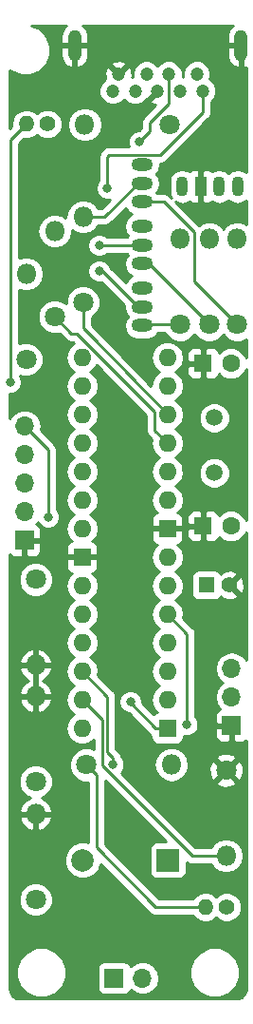
<source format=gbr>
G04 #@! TF.GenerationSoftware,KiCad,Pcbnew,5.0.2-bee76a0~70~ubuntu16.04.1*
G04 #@! TF.CreationDate,2019-09-24T08:49:17-06:00*
G04 #@! TF.ProjectId,soil_sensor_kicad_tht,736f696c-5f73-4656-9e73-6f725f6b6963,rev?*
G04 #@! TF.SameCoordinates,Original*
G04 #@! TF.FileFunction,Copper,L2,Bot*
G04 #@! TF.FilePolarity,Positive*
%FSLAX46Y46*%
G04 Gerber Fmt 4.6, Leading zero omitted, Abs format (unit mm)*
G04 Created by KiCad (PCBNEW 5.0.2-bee76a0~70~ubuntu16.04.1) date Tue 24 Sep 2019 08:49:17 AM MDT*
%MOMM*%
%LPD*%
G01*
G04 APERTURE LIST*
G04 #@! TA.AperFunction,ComponentPad*
%ADD10O,1.800000X1.800000*%
G04 #@! TD*
G04 #@! TA.AperFunction,ComponentPad*
%ADD11C,1.800000*%
G04 #@! TD*
G04 #@! TA.AperFunction,ComponentPad*
%ADD12O,1.900000X1.150000*%
G04 #@! TD*
G04 #@! TA.AperFunction,ComponentPad*
%ADD13R,1.400000X1.400000*%
G04 #@! TD*
G04 #@! TA.AperFunction,ComponentPad*
%ADD14C,1.400000*%
G04 #@! TD*
G04 #@! TA.AperFunction,ComponentPad*
%ADD15O,1.070000X1.800000*%
G04 #@! TD*
G04 #@! TA.AperFunction,ComponentPad*
%ADD16R,1.070000X1.800000*%
G04 #@! TD*
G04 #@! TA.AperFunction,ComponentPad*
%ADD17C,1.200000*%
G04 #@! TD*
G04 #@! TA.AperFunction,ComponentPad*
%ADD18O,1.200000X2.800000*%
G04 #@! TD*
G04 #@! TA.AperFunction,ComponentPad*
%ADD19C,2.000000*%
G04 #@! TD*
G04 #@! TA.AperFunction,ComponentPad*
%ADD20R,2.000000X2.000000*%
G04 #@! TD*
G04 #@! TA.AperFunction,ComponentPad*
%ADD21R,1.700000X1.700000*%
G04 #@! TD*
G04 #@! TA.AperFunction,ComponentPad*
%ADD22O,1.700000X1.700000*%
G04 #@! TD*
G04 #@! TA.AperFunction,ComponentPad*
%ADD23C,1.600000*%
G04 #@! TD*
G04 #@! TA.AperFunction,ComponentPad*
%ADD24R,1.600000X1.600000*%
G04 #@! TD*
G04 #@! TA.AperFunction,ComponentPad*
%ADD25C,1.500000*%
G04 #@! TD*
G04 #@! TA.AperFunction,ComponentPad*
%ADD26O,1.600000X1.600000*%
G04 #@! TD*
G04 #@! TA.AperFunction,ComponentPad*
%ADD27O,1.400000X1.400000*%
G04 #@! TD*
G04 #@! TA.AperFunction,ViaPad*
%ADD28C,0.800000*%
G04 #@! TD*
G04 #@! TA.AperFunction,Conductor*
%ADD29C,0.250000*%
G04 #@! TD*
G04 #@! TA.AperFunction,Conductor*
%ADD30C,0.254000*%
G04 #@! TD*
G04 APERTURE END LIST*
D10*
G04 #@! TO.P,R7,2*
G04 #@! TO.N,Net-(D1-Pad4)*
X99500000Y-78180000D03*
D11*
G04 #@! TO.P,R7,1*
G04 #@! TO.N,Net-(Q3-Pad1)*
X99500000Y-85800000D03*
G04 #@! TD*
G04 #@! TO.P,R6,1*
G04 #@! TO.N,Net-(Q2-Pad1)*
X97000000Y-85800000D03*
D10*
G04 #@! TO.P,R6,2*
G04 #@! TO.N,Net-(D1-Pad3)*
X97000000Y-78180000D03*
G04 #@! TD*
G04 #@! TO.P,R4,2*
G04 #@! TO.N,Reset*
X93620000Y-125000000D03*
D11*
G04 #@! TO.P,R4,1*
G04 #@! TO.N,+5V*
X86000000Y-125000000D03*
G04 #@! TD*
G04 #@! TO.P,R3,1*
G04 #@! TO.N,SoilSensorIn*
X81500000Y-108500000D03*
D10*
G04 #@! TO.P,R3,2*
G04 #@! TO.N,GND*
X81500000Y-116120000D03*
G04 #@! TD*
G04 #@! TO.P,R2,2*
G04 #@! TO.N,GND*
X81500000Y-118880000D03*
D11*
G04 #@! TO.P,R2,1*
G04 #@! TO.N,LDR*
X81500000Y-126500000D03*
G04 #@! TD*
G04 #@! TO.P,R5,1*
G04 #@! TO.N,Net-(Q1-Pad1)*
X94400000Y-85800000D03*
D10*
G04 #@! TO.P,R5,2*
G04 #@! TO.N,Net-(D1-Pad2)*
X94400000Y-78180000D03*
G04 #@! TD*
G04 #@! TO.P,R8,2*
G04 #@! TO.N,Net-(Q1-Pad2)*
X80645000Y-81280000D03*
D11*
G04 #@! TO.P,R8,1*
G04 #@! TO.N,Red*
X80645000Y-88900000D03*
G04 #@! TD*
G04 #@! TO.P,R9,1*
G04 #@! TO.N,Green*
X83185000Y-85090000D03*
D10*
G04 #@! TO.P,R9,2*
G04 #@! TO.N,Net-(Q2-Pad2)*
X83185000Y-77470000D03*
G04 #@! TD*
G04 #@! TO.P,R10,2*
G04 #@! TO.N,Net-(Q3-Pad2)*
X85725000Y-76200000D03*
D11*
G04 #@! TO.P,R10,1*
G04 #@! TO.N,Blue*
X85725000Y-83820000D03*
G04 #@! TD*
G04 #@! TO.P,R11,1*
G04 #@! TO.N,GND*
X98500000Y-125500000D03*
D10*
G04 #@! TO.P,R11,2*
G04 #@! TO.N,Thermistor*
X98500000Y-133120000D03*
G04 #@! TD*
G04 #@! TO.P,R12,2*
G04 #@! TO.N,GND*
X81500000Y-129380000D03*
D11*
G04 #@! TO.P,R12,1*
G04 #@! TO.N,Net-(BZ1-Pad2)*
X81500000Y-137000000D03*
G04 #@! TD*
G04 #@! TO.P,R13,1*
G04 #@! TO.N,Net-(J4-Pad3)*
X93500000Y-68000000D03*
D10*
G04 #@! TO.P,R13,2*
G04 #@! TO.N,Net-(R13-Pad2)*
X85880000Y-68000000D03*
G04 #@! TD*
D12*
G04 #@! TO.P,Q1,2*
G04 #@! TO.N,Net-(Q1-Pad2)*
X91000000Y-84230000D03*
G04 #@! TO.P,Q1,3*
G04 #@! TO.N,+5V*
X91000000Y-82579000D03*
G04 #@! TO.P,Q1,1*
G04 #@! TO.N,Net-(Q1-Pad1)*
X91000000Y-85881000D03*
G04 #@! TD*
G04 #@! TO.P,Q2,1*
G04 #@! TO.N,Net-(Q2-Pad1)*
X91000000Y-80381000D03*
G04 #@! TO.P,Q2,3*
G04 #@! TO.N,+5V*
X91000000Y-77079000D03*
G04 #@! TO.P,Q2,2*
G04 #@! TO.N,Net-(Q2-Pad2)*
X91000000Y-78730000D03*
G04 #@! TD*
G04 #@! TO.P,Q3,2*
G04 #@! TO.N,Net-(Q3-Pad2)*
X91000000Y-73230000D03*
G04 #@! TO.P,Q3,3*
G04 #@! TO.N,+5V*
X91000000Y-71579000D03*
G04 #@! TO.P,Q3,1*
G04 #@! TO.N,Net-(Q3-Pad1)*
X91000000Y-74881000D03*
G04 #@! TD*
D13*
G04 #@! TO.P,C1,1*
G04 #@! TO.N,+5V*
X96746000Y-109000000D03*
D14*
G04 #@! TO.P,C1,2*
G04 #@! TO.N,GND*
X98778000Y-109000000D03*
G04 #@! TD*
D15*
G04 #@! TO.P,D1,2*
G04 #@! TO.N,Net-(D1-Pad2)*
X94592000Y-73500000D03*
D16*
G04 #@! TO.P,D1,1*
G04 #@! TO.N,GND*
X96243000Y-73500000D03*
D15*
G04 #@! TO.P,D1,3*
G04 #@! TO.N,Net-(D1-Pad3)*
X97894000Y-73500000D03*
G04 #@! TO.P,D1,4*
G04 #@! TO.N,Net-(D1-Pad4)*
X99545000Y-73500000D03*
G04 #@! TD*
D17*
G04 #@! TO.P,J4,1*
G04 #@! TO.N,+5V*
X95885000Y-63500000D03*
G04 #@! TO.P,J4,2*
G04 #@! TO.N,SCK*
X93385000Y-63500000D03*
G04 #@! TO.P,J4,3*
G04 #@! TO.N,Net-(J4-Pad3)*
X91385000Y-63500000D03*
G04 #@! TO.P,J4,4*
G04 #@! TO.N,GND*
X88885000Y-63500000D03*
G04 #@! TO.P,J4,5*
G04 #@! TO.N,Net-(J4-Pad5)*
X88385000Y-65000000D03*
G04 #@! TO.P,J4,6*
G04 #@! TO.N,Net-(J4-Pad6)*
X90385000Y-65000000D03*
G04 #@! TO.P,J4,7*
G04 #@! TO.N,GND*
X92385000Y-65000000D03*
G04 #@! TO.P,J4,8*
G04 #@! TO.N,SS*
X94385000Y-65000000D03*
G04 #@! TO.P,J4,9*
G04 #@! TO.N,MOSI*
X96385000Y-65000000D03*
D18*
G04 #@! TO.P,J4,10*
G04 #@! TO.N,GND*
X84963000Y-60960000D03*
X99822000Y-60960000D03*
G04 #@! TD*
D19*
G04 #@! TO.P,BZ1,2*
G04 #@! TO.N,Net-(BZ1-Pad2)*
X85700000Y-133500000D03*
D20*
G04 #@! TO.P,BZ1,1*
G04 #@! TO.N,Buzzer*
X93300000Y-133500000D03*
G04 #@! TD*
D21*
G04 #@! TO.P,J1,1*
G04 #@! TO.N,SoilSensorIn*
X88500000Y-144000000D03*
D22*
G04 #@! TO.P,J1,2*
G04 #@! TO.N,SoilSensorOut*
X91040000Y-144000000D03*
G04 #@! TD*
D21*
G04 #@! TO.P,J2,1*
G04 #@! TO.N,GND*
X99000000Y-121500000D03*
D22*
G04 #@! TO.P,J2,2*
G04 #@! TO.N,RX*
X99000000Y-118960000D03*
G04 #@! TO.P,J2,3*
G04 #@! TO.N,TX*
X99000000Y-116420000D03*
G04 #@! TD*
D21*
G04 #@! TO.P,J3,1*
G04 #@! TO.N,GND*
X80500000Y-105000000D03*
D22*
G04 #@! TO.P,J3,2*
G04 #@! TO.N,SCK*
X80500000Y-102460000D03*
G04 #@! TO.P,J3,3*
G04 #@! TO.N,MISO*
X80500000Y-99920000D03*
G04 #@! TO.P,J3,4*
G04 #@! TO.N,MOSI*
X80500000Y-97380000D03*
G04 #@! TO.P,J3,5*
G04 #@! TO.N,Reset*
X80500000Y-94840000D03*
G04 #@! TD*
D23*
G04 #@! TO.P,C2,2*
G04 #@! TO.N,Net-(C2-Pad2)*
X98950000Y-103750000D03*
D24*
G04 #@! TO.P,C2,1*
G04 #@! TO.N,GND*
X96450000Y-103750000D03*
G04 #@! TD*
D23*
G04 #@! TO.P,C3,1*
G04 #@! TO.N,Net-(C3-Pad1)*
X98950000Y-89250000D03*
D24*
G04 #@! TO.P,C3,2*
G04 #@! TO.N,GND*
X96450000Y-89250000D03*
G04 #@! TD*
D25*
G04 #@! TO.P,Y1,1*
G04 #@! TO.N,Net-(C2-Pad2)*
X97450000Y-99000000D03*
G04 #@! TO.P,Y1,2*
G04 #@! TO.N,Net-(C3-Pad1)*
X97450000Y-94100000D03*
G04 #@! TD*
D24*
G04 #@! TO.P,U1,1*
G04 #@! TO.N,Reset*
X93250000Y-121750000D03*
D26*
G04 #@! TO.P,U1,15*
G04 #@! TO.N,Red*
X85630000Y-88730000D03*
G04 #@! TO.P,U1,2*
G04 #@! TO.N,RX*
X93250000Y-119210000D03*
G04 #@! TO.P,U1,16*
G04 #@! TO.N,SS*
X85630000Y-91270000D03*
G04 #@! TO.P,U1,3*
G04 #@! TO.N,TX*
X93250000Y-116670000D03*
G04 #@! TO.P,U1,17*
G04 #@! TO.N,MOSI*
X85630000Y-93810000D03*
G04 #@! TO.P,U1,4*
G04 #@! TO.N,SoilSensorOut*
X93250000Y-114130000D03*
G04 #@! TO.P,U1,18*
G04 #@! TO.N,MISO*
X85630000Y-96350000D03*
G04 #@! TO.P,U1,5*
G04 #@! TO.N,Buzzer*
X93250000Y-111590000D03*
G04 #@! TO.P,U1,19*
G04 #@! TO.N,SCK*
X85630000Y-98890000D03*
G04 #@! TO.P,U1,6*
G04 #@! TO.N,Net-(U1-Pad6)*
X93250000Y-109050000D03*
G04 #@! TO.P,U1,20*
G04 #@! TO.N,+5V*
X85630000Y-101430000D03*
G04 #@! TO.P,U1,7*
X93250000Y-106510000D03*
G04 #@! TO.P,U1,21*
X85630000Y-103970000D03*
D24*
G04 #@! TO.P,U1,8*
G04 #@! TO.N,GND*
X93250000Y-103970000D03*
G04 #@! TO.P,U1,22*
X85630000Y-106510000D03*
D26*
G04 #@! TO.P,U1,9*
G04 #@! TO.N,Net-(C2-Pad2)*
X93250000Y-101430000D03*
G04 #@! TO.P,U1,23*
G04 #@! TO.N,Net-(U1-Pad23)*
X85630000Y-109050000D03*
G04 #@! TO.P,U1,10*
G04 #@! TO.N,Net-(C3-Pad1)*
X93250000Y-98890000D03*
G04 #@! TO.P,U1,24*
G04 #@! TO.N,Net-(U1-Pad24)*
X85630000Y-111590000D03*
G04 #@! TO.P,U1,11*
G04 #@! TO.N,Green*
X93250000Y-96350000D03*
G04 #@! TO.P,U1,25*
G04 #@! TO.N,Net-(U1-Pad25)*
X85630000Y-114130000D03*
G04 #@! TO.P,U1,12*
G04 #@! TO.N,Blue*
X93250000Y-93810000D03*
G04 #@! TO.P,U1,26*
G04 #@! TO.N,SoilSensorIn*
X85630000Y-116670000D03*
G04 #@! TO.P,U1,13*
G04 #@! TO.N,Net-(U1-Pad13)*
X93250000Y-91270000D03*
G04 #@! TO.P,U1,27*
G04 #@! TO.N,Thermistor*
X85630000Y-119210000D03*
G04 #@! TO.P,U1,14*
G04 #@! TO.N,Net-(U1-Pad14)*
X93250000Y-88730000D03*
G04 #@! TO.P,U1,28*
G04 #@! TO.N,LDR*
X85630000Y-121750000D03*
G04 #@! TD*
D27*
G04 #@! TO.P,R1,2*
G04 #@! TO.N,LDR*
X80650000Y-67945000D03*
D14*
G04 #@! TO.P,R1,1*
G04 #@! TO.N,+5V*
X82550000Y-67945000D03*
G04 #@! TD*
G04 #@! TO.P,TH1,1*
G04 #@! TO.N,Thermistor*
X98552000Y-137668000D03*
D27*
G04 #@! TO.P,TH1,2*
G04 #@! TO.N,+5V*
X96652000Y-137668000D03*
G04 #@! TD*
D28*
G04 #@! TO.N,Net-(Q1-Pad2)*
X87159000Y-81026000D03*
G04 #@! TO.N,GND*
X86995000Y-70485000D03*
G04 #@! TO.N,LDR*
X79243347Y-90936653D03*
G04 #@! TO.N,SoilSensorIn*
X88392000Y-124968000D03*
G04 #@! TO.N,Net-(Q2-Pad2)*
X87159000Y-78740000D03*
G04 #@! TO.N,Reset*
X89955000Y-119380000D03*
X82612653Y-102932653D03*
G04 #@! TO.N,MOSI*
X87878070Y-73660012D03*
G04 #@! TO.N,SCK*
X90750000Y-69500000D03*
G04 #@! TO.N,Buzzer*
X94996000Y-121412000D03*
G04 #@! TD*
D29*
G04 #@! TO.N,Net-(Q1-Pad2)*
X90625000Y-84230000D02*
X87421000Y-81026000D01*
X87421000Y-81026000D02*
X87159000Y-81026000D01*
X91000000Y-84230000D02*
X90625000Y-84230000D01*
G04 #@! TO.N,Thermistor*
X95470998Y-133120000D02*
X97227208Y-133120000D01*
X87433990Y-125082992D02*
X95470998Y-133120000D01*
X97227208Y-133120000D02*
X98500000Y-133120000D01*
X87433990Y-121013990D02*
X87433990Y-125082992D01*
X85630000Y-119210000D02*
X87433990Y-121013990D01*
G04 #@! TO.N,Blue*
X93250000Y-93810000D02*
X86575154Y-86984846D01*
X85725000Y-86134692D02*
X85725000Y-83820000D01*
X86575154Y-86984846D02*
X85725000Y-86134692D01*
G04 #@! TO.N,Net-(Q3-Pad2)*
X86997792Y-76200000D02*
X85725000Y-76200000D01*
X87655000Y-76200000D02*
X86997792Y-76200000D01*
X90625000Y-73230000D02*
X87655000Y-76200000D01*
X91000000Y-73230000D02*
X90625000Y-73230000D01*
G04 #@! TO.N,Net-(Q3-Pad1)*
X92200000Y-74881000D02*
X91000000Y-74881000D01*
X92914002Y-74881000D02*
X92200000Y-74881000D01*
X95625001Y-77591999D02*
X92914002Y-74881000D01*
X95625001Y-81925001D02*
X95625001Y-77591999D01*
X99500000Y-85800000D02*
X95625001Y-81925001D01*
G04 #@! TO.N,Net-(Q2-Pad1)*
X96250000Y-85250000D02*
X96500000Y-85500000D01*
X91581000Y-80381000D02*
X91000000Y-80381000D01*
X97000000Y-85800000D02*
X91581000Y-80381000D01*
G04 #@! TO.N,Net-(Q1-Pad1)*
X93750000Y-85500000D02*
X94250000Y-86000000D01*
X91081000Y-85800000D02*
X91000000Y-85881000D01*
X94400000Y-85800000D02*
X91081000Y-85800000D01*
G04 #@! TO.N,LDR*
X79248000Y-69347000D02*
X79248000Y-69729998D01*
X80650000Y-67945000D02*
X79248000Y-69347000D01*
X79248000Y-69729998D02*
X79248000Y-90678000D01*
X79248000Y-90932000D02*
X79243347Y-90936653D01*
X79248000Y-90678000D02*
X79248000Y-90932000D01*
G04 #@! TO.N,SoilSensorIn*
X88392000Y-124402315D02*
X87884000Y-123894315D01*
X88392000Y-124968000D02*
X88392000Y-124402315D01*
X87884000Y-118924000D02*
X85630000Y-116670000D01*
X87884000Y-123894315D02*
X87884000Y-118924000D01*
G04 #@! TO.N,Green*
X93250000Y-96350000D02*
X92124999Y-95224999D01*
X92124999Y-93559997D02*
X85149999Y-86584997D01*
X92124999Y-95224999D02*
X92124999Y-93559997D01*
X84679997Y-86584997D02*
X83185000Y-85090000D01*
X85149999Y-86584997D02*
X84679997Y-86584997D01*
G04 #@! TO.N,Net-(Q2-Pad2)*
X88275000Y-78730000D02*
X88265000Y-78740000D01*
X91000000Y-78730000D02*
X88275000Y-78730000D01*
X87169000Y-78730000D02*
X87159000Y-78740000D01*
X88275000Y-78730000D02*
X87169000Y-78730000D01*
G04 #@! TO.N,+5V*
X92202000Y-137668000D02*
X96652000Y-137668000D01*
X86899999Y-132365999D02*
X92202000Y-137668000D01*
X86899999Y-125899999D02*
X86899999Y-132365999D01*
X86000000Y-125000000D02*
X86899999Y-125899999D01*
G04 #@! TO.N,SoilSensorOut*
X92779999Y-114600001D02*
X93250000Y-114130000D01*
G04 #@! TO.N,Net-(C2-Pad2)*
X93570000Y-101430000D02*
X93250000Y-101430000D01*
X93820000Y-101430000D02*
X93250000Y-101430000D01*
G04 #@! TO.N,Reset*
X89955000Y-119505000D02*
X89955000Y-119380000D01*
X92200000Y-121750000D02*
X89955000Y-119505000D01*
X93250000Y-121750000D02*
X92200000Y-121750000D01*
X82612653Y-96952653D02*
X80500000Y-94840000D01*
X82612653Y-102932653D02*
X82612653Y-96952653D01*
G04 #@! TO.N,MOSI*
X96385000Y-65848528D02*
X96385000Y-65000000D01*
X96385000Y-66928002D02*
X96385000Y-65848528D01*
X92634012Y-70678990D02*
X96385000Y-66928002D01*
X88071010Y-70678990D02*
X92634012Y-70678990D01*
X87878070Y-70871930D02*
X88071010Y-70678990D01*
X87878070Y-73660012D02*
X87878070Y-70871930D01*
G04 #@! TO.N,SCK*
X91694000Y-68556000D02*
X90750000Y-69500000D01*
X91694000Y-67818000D02*
X91694000Y-68556000D01*
X93385000Y-66127000D02*
X91694000Y-67818000D01*
X93385000Y-63500000D02*
X93385000Y-66127000D01*
G04 #@! TO.N,Buzzer*
X94996000Y-113336000D02*
X94996000Y-121412000D01*
X93250000Y-111590000D02*
X94996000Y-113336000D01*
G04 #@! TO.N,Net-(J4-Pad5)*
X88265000Y-65120000D02*
X88385000Y-65000000D01*
G04 #@! TD*
D30*
G04 #@! TO.N,GND*
G36*
X84179526Y-59196920D02*
X83870610Y-59570053D01*
X83728000Y-60033000D01*
X83728000Y-60833000D01*
X84836000Y-60833000D01*
X84836000Y-60813000D01*
X85090000Y-60813000D01*
X85090000Y-60833000D01*
X86198000Y-60833000D01*
X86198000Y-60033000D01*
X86055390Y-59570053D01*
X85746474Y-59196920D01*
X85667229Y-59155000D01*
X99117771Y-59155000D01*
X99038526Y-59196920D01*
X98729610Y-59570053D01*
X98587000Y-60033000D01*
X98587000Y-60833000D01*
X99695000Y-60833000D01*
X99695000Y-60813000D01*
X99949000Y-60813000D01*
X99949000Y-60833000D01*
X99969000Y-60833000D01*
X99969000Y-61087000D01*
X99949000Y-61087000D01*
X99949000Y-62828731D01*
X100139609Y-62953462D01*
X100177281Y-62949592D01*
X100280001Y-62895254D01*
X100280001Y-72218965D01*
X100001510Y-72032885D01*
X99545000Y-71942079D01*
X99088489Y-72032885D01*
X98719500Y-72279434D01*
X98350510Y-72032885D01*
X97894000Y-71942079D01*
X97437489Y-72032885D01*
X97240520Y-72164495D01*
X97137698Y-72061673D01*
X96904309Y-71965000D01*
X96528750Y-71965000D01*
X96370000Y-72123750D01*
X96370000Y-73373000D01*
X96390000Y-73373000D01*
X96390000Y-73627000D01*
X96370000Y-73627000D01*
X96370000Y-74876250D01*
X96528750Y-75035000D01*
X96904309Y-75035000D01*
X97137698Y-74938327D01*
X97240521Y-74835505D01*
X97437490Y-74967115D01*
X97894000Y-75057921D01*
X98350511Y-74967115D01*
X98719501Y-74720565D01*
X99088490Y-74967115D01*
X99545000Y-75057921D01*
X100001511Y-74967115D01*
X100280001Y-74781035D01*
X100280001Y-76855052D01*
X100098927Y-76734062D01*
X99651182Y-76645000D01*
X99348818Y-76645000D01*
X98901073Y-76734062D01*
X98393327Y-77073327D01*
X98250000Y-77287831D01*
X98106673Y-77073327D01*
X97598927Y-76734062D01*
X97151182Y-76645000D01*
X96848818Y-76645000D01*
X96401073Y-76734062D01*
X96065853Y-76958049D01*
X93952948Y-74845145D01*
X94135490Y-74967115D01*
X94592000Y-75057921D01*
X95048511Y-74967115D01*
X95245480Y-74835505D01*
X95348302Y-74938327D01*
X95581691Y-75035000D01*
X95957250Y-75035000D01*
X96116000Y-74876250D01*
X96116000Y-73627000D01*
X96096000Y-73627000D01*
X96096000Y-73373000D01*
X96116000Y-73373000D01*
X96116000Y-72123750D01*
X95957250Y-71965000D01*
X95581691Y-71965000D01*
X95348302Y-72061673D01*
X95245480Y-72164495D01*
X95048510Y-72032885D01*
X94592000Y-71942079D01*
X94135489Y-72032885D01*
X93748477Y-72291477D01*
X93489885Y-72678490D01*
X93422000Y-73019770D01*
X93422000Y-73980231D01*
X93489885Y-74321511D01*
X93611855Y-74504052D01*
X93504333Y-74396530D01*
X93461931Y-74333071D01*
X93210539Y-74165096D01*
X92988854Y-74121000D01*
X92988849Y-74121000D01*
X92914002Y-74106112D01*
X92839155Y-74121000D01*
X92322438Y-74121000D01*
X92278673Y-74055500D01*
X92514795Y-73702118D01*
X92608705Y-73230000D01*
X92514795Y-72757882D01*
X92278673Y-72404500D01*
X92514795Y-72051118D01*
X92608705Y-71579000D01*
X92581749Y-71443482D01*
X92634012Y-71453878D01*
X92708859Y-71438990D01*
X92708864Y-71438990D01*
X92930549Y-71394894D01*
X93181941Y-71226919D01*
X93224343Y-71163460D01*
X96869473Y-67518331D01*
X96932929Y-67475931D01*
X97100904Y-67224539D01*
X97145000Y-67002854D01*
X97145000Y-67002850D01*
X97159888Y-66928003D01*
X97145000Y-66853156D01*
X97145000Y-65986553D01*
X97431982Y-65699571D01*
X97620000Y-65245657D01*
X97620000Y-64754343D01*
X97431982Y-64300429D01*
X97084571Y-63953018D01*
X97041498Y-63935177D01*
X97120000Y-63745657D01*
X97120000Y-63254343D01*
X96931982Y-62800429D01*
X96584571Y-62453018D01*
X96130657Y-62265000D01*
X95639343Y-62265000D01*
X95185429Y-62453018D01*
X94838018Y-62800429D01*
X94650000Y-63254343D01*
X94650000Y-63745657D01*
X94663678Y-63778678D01*
X94630657Y-63765000D01*
X94611988Y-63765000D01*
X94620000Y-63745657D01*
X94620000Y-63254343D01*
X94431982Y-62800429D01*
X94084571Y-62453018D01*
X93630657Y-62265000D01*
X93139343Y-62265000D01*
X92685429Y-62453018D01*
X92385000Y-62753447D01*
X92084571Y-62453018D01*
X91630657Y-62265000D01*
X91139343Y-62265000D01*
X90685429Y-62453018D01*
X90338018Y-62800429D01*
X90150000Y-63254343D01*
X90150000Y-63745657D01*
X90158012Y-63765000D01*
X90139343Y-63765000D01*
X90093252Y-63784092D01*
X90132807Y-63668964D01*
X90102482Y-63178587D01*
X89973164Y-62866383D01*
X89747735Y-62816870D01*
X89064605Y-63500000D01*
X89078748Y-63514143D01*
X88899143Y-63693748D01*
X88885000Y-63679605D01*
X88870858Y-63693748D01*
X88691253Y-63514143D01*
X88705395Y-63500000D01*
X88022265Y-62816870D01*
X87796836Y-62866383D01*
X87637193Y-63331036D01*
X87667518Y-63821413D01*
X87716670Y-63940078D01*
X87685429Y-63953018D01*
X87338018Y-64300429D01*
X87150000Y-64754343D01*
X87150000Y-65245657D01*
X87338018Y-65699571D01*
X87685429Y-66046982D01*
X88139343Y-66235000D01*
X88630657Y-66235000D01*
X89084571Y-66046982D01*
X89385000Y-65746553D01*
X89685429Y-66046982D01*
X90139343Y-66235000D01*
X90630657Y-66235000D01*
X91084571Y-66046982D01*
X91431982Y-65699571D01*
X91445753Y-65666325D01*
X91522265Y-65683130D01*
X92205395Y-65000000D01*
X92191253Y-64985858D01*
X92370858Y-64806253D01*
X92385000Y-64820395D01*
X92399143Y-64806253D01*
X92578748Y-64985858D01*
X92564605Y-65000000D01*
X92578748Y-65014143D01*
X92399143Y-65193748D01*
X92385000Y-65179605D01*
X91701870Y-65862735D01*
X91751383Y-66088164D01*
X92196205Y-66240994D01*
X91209530Y-67227669D01*
X91146071Y-67270071D01*
X90978096Y-67521464D01*
X90934000Y-67743149D01*
X90934000Y-67743153D01*
X90919112Y-67818000D01*
X90934000Y-67892847D01*
X90934000Y-68241198D01*
X90710198Y-68465000D01*
X90544126Y-68465000D01*
X90163720Y-68622569D01*
X89872569Y-68913720D01*
X89715000Y-69294126D01*
X89715000Y-69705874D01*
X89803275Y-69918990D01*
X88145856Y-69918990D01*
X88071009Y-69904102D01*
X87996162Y-69918990D01*
X87996158Y-69918990D01*
X87774473Y-69963086D01*
X87523081Y-70131061D01*
X87480680Y-70194518D01*
X87393597Y-70281602D01*
X87330142Y-70324001D01*
X87287742Y-70387457D01*
X87287741Y-70387458D01*
X87162167Y-70575393D01*
X87103182Y-70871930D01*
X87118071Y-70946782D01*
X87118070Y-72956301D01*
X87000639Y-73073732D01*
X86843070Y-73454138D01*
X86843070Y-73865886D01*
X87000639Y-74246292D01*
X87291790Y-74537443D01*
X87672196Y-74695012D01*
X88083944Y-74695012D01*
X88086065Y-74694133D01*
X87340199Y-75440000D01*
X87063312Y-75440000D01*
X86831673Y-75093327D01*
X86323927Y-74754062D01*
X85876182Y-74665000D01*
X85573818Y-74665000D01*
X85126073Y-74754062D01*
X84618327Y-75093327D01*
X84279062Y-75601073D01*
X84159928Y-76200000D01*
X84177201Y-76286840D01*
X83783927Y-76024062D01*
X83336182Y-75935000D01*
X83033818Y-75935000D01*
X82586073Y-76024062D01*
X82078327Y-76363327D01*
X81739062Y-76871073D01*
X81619928Y-77470000D01*
X81739062Y-78068927D01*
X82078327Y-78576673D01*
X82586073Y-78915938D01*
X83033818Y-79005000D01*
X83336182Y-79005000D01*
X83783927Y-78915938D01*
X84291673Y-78576673D01*
X84630938Y-78068927D01*
X84750072Y-77470000D01*
X84732799Y-77383160D01*
X85126073Y-77645938D01*
X85573818Y-77735000D01*
X85876182Y-77735000D01*
X86323927Y-77645938D01*
X86831673Y-77306673D01*
X87063312Y-76960000D01*
X87580153Y-76960000D01*
X87655000Y-76974888D01*
X87729847Y-76960000D01*
X87729852Y-76960000D01*
X87951537Y-76915904D01*
X88202929Y-76747929D01*
X88245331Y-76684470D01*
X89521846Y-75407955D01*
X89752639Y-75753361D01*
X90091828Y-75980000D01*
X89752639Y-76206639D01*
X89485205Y-76606882D01*
X89391295Y-77079000D01*
X89485205Y-77551118D01*
X89721327Y-77904500D01*
X89677562Y-77970000D01*
X88349846Y-77970000D01*
X88274999Y-77955112D01*
X88200152Y-77970000D01*
X87852711Y-77970000D01*
X87745280Y-77862569D01*
X87364874Y-77705000D01*
X86953126Y-77705000D01*
X86572720Y-77862569D01*
X86281569Y-78153720D01*
X86124000Y-78534126D01*
X86124000Y-78945874D01*
X86281569Y-79326280D01*
X86572720Y-79617431D01*
X86953126Y-79775000D01*
X87364874Y-79775000D01*
X87745280Y-79617431D01*
X87872711Y-79490000D01*
X88139880Y-79490000D01*
X88265000Y-79514888D01*
X88390120Y-79490000D01*
X89677562Y-79490000D01*
X89721327Y-79555500D01*
X89485205Y-79908882D01*
X89391295Y-80381000D01*
X89485205Y-80853118D01*
X89752639Y-81253361D01*
X90091828Y-81480000D01*
X89752639Y-81706639D01*
X89521846Y-82052045D01*
X88126170Y-80656368D01*
X88036431Y-80439720D01*
X87745280Y-80148569D01*
X87364874Y-79991000D01*
X86953126Y-79991000D01*
X86572720Y-80148569D01*
X86281569Y-80439720D01*
X86124000Y-80820126D01*
X86124000Y-81231874D01*
X86281569Y-81612280D01*
X86572720Y-81903431D01*
X86953126Y-82061000D01*
X87364874Y-82061000D01*
X87376417Y-82056219D01*
X89417659Y-84097460D01*
X89391295Y-84230000D01*
X89485205Y-84702118D01*
X89721327Y-85055500D01*
X89485205Y-85408882D01*
X89391295Y-85881000D01*
X89485205Y-86353118D01*
X89752639Y-86753361D01*
X90152882Y-87020795D01*
X90505827Y-87091000D01*
X91494173Y-87091000D01*
X91847118Y-87020795D01*
X92247361Y-86753361D01*
X92376561Y-86560000D01*
X93053331Y-86560000D01*
X93098690Y-86669507D01*
X93530493Y-87101310D01*
X94094670Y-87335000D01*
X94705330Y-87335000D01*
X95269507Y-87101310D01*
X95700000Y-86670817D01*
X96130493Y-87101310D01*
X96694670Y-87335000D01*
X97305330Y-87335000D01*
X97869507Y-87101310D01*
X98250000Y-86720817D01*
X98630493Y-87101310D01*
X99194670Y-87335000D01*
X99805330Y-87335000D01*
X100280001Y-87138385D01*
X100280001Y-88711070D01*
X100166534Y-88437138D01*
X99762862Y-88033466D01*
X99235439Y-87815000D01*
X98664561Y-87815000D01*
X98137138Y-88033466D01*
X97873845Y-88296759D01*
X97788327Y-88090301D01*
X97609698Y-87911673D01*
X97376309Y-87815000D01*
X96735750Y-87815000D01*
X96577000Y-87973750D01*
X96577000Y-89123000D01*
X96597000Y-89123000D01*
X96597000Y-89377000D01*
X96577000Y-89377000D01*
X96577000Y-90526250D01*
X96735750Y-90685000D01*
X97376309Y-90685000D01*
X97609698Y-90588327D01*
X97788327Y-90409699D01*
X97873845Y-90203241D01*
X98137138Y-90466534D01*
X98664561Y-90685000D01*
X99235439Y-90685000D01*
X99762862Y-90466534D01*
X100166534Y-90062862D01*
X100280001Y-89788930D01*
X100280000Y-103211070D01*
X100166534Y-102937138D01*
X99762862Y-102533466D01*
X99235439Y-102315000D01*
X98664561Y-102315000D01*
X98137138Y-102533466D01*
X97873845Y-102796759D01*
X97788327Y-102590301D01*
X97609698Y-102411673D01*
X97376309Y-102315000D01*
X96735750Y-102315000D01*
X96577000Y-102473750D01*
X96577000Y-103623000D01*
X96597000Y-103623000D01*
X96597000Y-103877000D01*
X96577000Y-103877000D01*
X96577000Y-105026250D01*
X96735750Y-105185000D01*
X97376309Y-105185000D01*
X97609698Y-105088327D01*
X97788327Y-104909699D01*
X97873845Y-104703241D01*
X98137138Y-104966534D01*
X98664561Y-105185000D01*
X99235439Y-105185000D01*
X99762862Y-104966534D01*
X100166534Y-104562862D01*
X100280000Y-104288930D01*
X100280000Y-115662727D01*
X100070625Y-115349375D01*
X99579418Y-115021161D01*
X99146256Y-114935000D01*
X98853744Y-114935000D01*
X98420582Y-115021161D01*
X97929375Y-115349375D01*
X97601161Y-115840582D01*
X97485908Y-116420000D01*
X97601161Y-116999418D01*
X97929375Y-117490625D01*
X98227761Y-117690000D01*
X97929375Y-117889375D01*
X97601161Y-118380582D01*
X97485908Y-118960000D01*
X97601161Y-119539418D01*
X97929375Y-120030625D01*
X97951033Y-120045096D01*
X97790302Y-120111673D01*
X97611673Y-120290301D01*
X97515000Y-120523690D01*
X97515000Y-121214250D01*
X97673750Y-121373000D01*
X98873000Y-121373000D01*
X98873000Y-121353000D01*
X99127000Y-121353000D01*
X99127000Y-121373000D01*
X99147000Y-121373000D01*
X99147000Y-121627000D01*
X99127000Y-121627000D01*
X99127000Y-122826250D01*
X99285750Y-122985000D01*
X99976309Y-122985000D01*
X100209698Y-122888327D01*
X100280000Y-122818025D01*
X100280000Y-144943382D01*
X100227144Y-145260940D01*
X100101530Y-145493744D01*
X99907280Y-145673306D01*
X99660313Y-145782489D01*
X99572388Y-145765000D01*
X79927612Y-145765000D01*
X79849531Y-145780531D01*
X79739060Y-145762144D01*
X79506256Y-145636530D01*
X79326694Y-145442280D01*
X79214161Y-145187736D01*
X79184993Y-144956844D01*
X79184681Y-143055431D01*
X79765000Y-143055431D01*
X79765000Y-143944569D01*
X80105259Y-144766026D01*
X80733974Y-145394741D01*
X81555431Y-145735000D01*
X82444569Y-145735000D01*
X83266026Y-145394741D01*
X83894741Y-144766026D01*
X84235000Y-143944569D01*
X84235000Y-143150000D01*
X87002560Y-143150000D01*
X87002560Y-144850000D01*
X87051843Y-145097765D01*
X87192191Y-145307809D01*
X87402235Y-145448157D01*
X87650000Y-145497440D01*
X89350000Y-145497440D01*
X89597765Y-145448157D01*
X89807809Y-145307809D01*
X89948157Y-145097765D01*
X89957184Y-145052381D01*
X89969375Y-145070625D01*
X90460582Y-145398839D01*
X90893744Y-145485000D01*
X91186256Y-145485000D01*
X91619418Y-145398839D01*
X92110625Y-145070625D01*
X92438839Y-144579418D01*
X92554092Y-144000000D01*
X92438839Y-143420582D01*
X92194853Y-143055431D01*
X95265000Y-143055431D01*
X95265000Y-143944569D01*
X95605259Y-144766026D01*
X96233974Y-145394741D01*
X97055431Y-145735000D01*
X97944569Y-145735000D01*
X98766026Y-145394741D01*
X99394741Y-144766026D01*
X99735000Y-143944569D01*
X99735000Y-143055431D01*
X99394741Y-142233974D01*
X98766026Y-141605259D01*
X97944569Y-141265000D01*
X97055431Y-141265000D01*
X96233974Y-141605259D01*
X95605259Y-142233974D01*
X95265000Y-143055431D01*
X92194853Y-143055431D01*
X92110625Y-142929375D01*
X91619418Y-142601161D01*
X91186256Y-142515000D01*
X90893744Y-142515000D01*
X90460582Y-142601161D01*
X89969375Y-142929375D01*
X89957184Y-142947619D01*
X89948157Y-142902235D01*
X89807809Y-142692191D01*
X89597765Y-142551843D01*
X89350000Y-142502560D01*
X87650000Y-142502560D01*
X87402235Y-142551843D01*
X87192191Y-142692191D01*
X87051843Y-142902235D01*
X87002560Y-143150000D01*
X84235000Y-143150000D01*
X84235000Y-143055431D01*
X83894741Y-142233974D01*
X83266026Y-141605259D01*
X82444569Y-141265000D01*
X81555431Y-141265000D01*
X80733974Y-141605259D01*
X80105259Y-142233974D01*
X79765000Y-143055431D01*
X79184681Y-143055431D01*
X79183634Y-136694670D01*
X79965000Y-136694670D01*
X79965000Y-137305330D01*
X80198690Y-137869507D01*
X80630493Y-138301310D01*
X81194670Y-138535000D01*
X81805330Y-138535000D01*
X82369507Y-138301310D01*
X82801310Y-137869507D01*
X83035000Y-137305330D01*
X83035000Y-136694670D01*
X82801310Y-136130493D01*
X82369507Y-135698690D01*
X81805330Y-135465000D01*
X81194670Y-135465000D01*
X80630493Y-135698690D01*
X80198690Y-136130493D01*
X79965000Y-136694670D01*
X79183634Y-136694670D01*
X79183056Y-133174778D01*
X84065000Y-133174778D01*
X84065000Y-133825222D01*
X84313914Y-134426153D01*
X84773847Y-134886086D01*
X85374778Y-135135000D01*
X86025222Y-135135000D01*
X86626153Y-134886086D01*
X87086086Y-134426153D01*
X87320186Y-133860987D01*
X91611671Y-138152473D01*
X91654071Y-138215929D01*
X91717527Y-138258329D01*
X91905462Y-138383904D01*
X91953605Y-138393480D01*
X92127148Y-138428000D01*
X92127152Y-138428000D01*
X92202000Y-138442888D01*
X92276848Y-138428000D01*
X95554226Y-138428000D01*
X95689519Y-138630481D01*
X96131109Y-138925542D01*
X96520515Y-139003000D01*
X96783485Y-139003000D01*
X97172891Y-138925542D01*
X97614481Y-138630481D01*
X97619298Y-138623273D01*
X97795783Y-138799758D01*
X98286452Y-139003000D01*
X98817548Y-139003000D01*
X99308217Y-138799758D01*
X99683758Y-138424217D01*
X99887000Y-137933548D01*
X99887000Y-137402452D01*
X99683758Y-136911783D01*
X99308217Y-136536242D01*
X98817548Y-136333000D01*
X98286452Y-136333000D01*
X97795783Y-136536242D01*
X97619298Y-136712727D01*
X97614481Y-136705519D01*
X97172891Y-136410458D01*
X96783485Y-136333000D01*
X96520515Y-136333000D01*
X96131109Y-136410458D01*
X95689519Y-136705519D01*
X95554226Y-136908000D01*
X92516802Y-136908000D01*
X87659999Y-132051198D01*
X87659999Y-126383802D01*
X93128756Y-131852560D01*
X92300000Y-131852560D01*
X92052235Y-131901843D01*
X91842191Y-132042191D01*
X91701843Y-132252235D01*
X91652560Y-132500000D01*
X91652560Y-134500000D01*
X91701843Y-134747765D01*
X91842191Y-134957809D01*
X92052235Y-135098157D01*
X92300000Y-135147440D01*
X94300000Y-135147440D01*
X94547765Y-135098157D01*
X94757809Y-134957809D01*
X94898157Y-134747765D01*
X94947440Y-134500000D01*
X94947440Y-133684213D01*
X94986525Y-133710329D01*
X95174460Y-133835904D01*
X95222603Y-133845480D01*
X95396146Y-133880000D01*
X95396150Y-133880000D01*
X95470998Y-133894888D01*
X95545846Y-133880000D01*
X97161688Y-133880000D01*
X97393327Y-134226673D01*
X97901073Y-134565938D01*
X98348818Y-134655000D01*
X98651182Y-134655000D01*
X99098927Y-134565938D01*
X99606673Y-134226673D01*
X99945938Y-133718927D01*
X100065072Y-133120000D01*
X99945938Y-132521073D01*
X99606673Y-132013327D01*
X99098927Y-131674062D01*
X98651182Y-131585000D01*
X98348818Y-131585000D01*
X97901073Y-131674062D01*
X97393327Y-132013327D01*
X97161688Y-132360000D01*
X95785800Y-132360000D01*
X90005959Y-126580159D01*
X97599446Y-126580159D01*
X97685852Y-126836643D01*
X98259336Y-127046458D01*
X98869460Y-127020839D01*
X99314148Y-126836643D01*
X99400554Y-126580159D01*
X98500000Y-125679605D01*
X97599446Y-126580159D01*
X90005959Y-126580159D01*
X89124755Y-125698956D01*
X89269431Y-125554280D01*
X89427000Y-125173874D01*
X89427000Y-125000000D01*
X92054928Y-125000000D01*
X92174062Y-125598927D01*
X92513327Y-126106673D01*
X93021073Y-126445938D01*
X93468818Y-126535000D01*
X93771182Y-126535000D01*
X94218927Y-126445938D01*
X94726673Y-126106673D01*
X95065938Y-125598927D01*
X95133486Y-125259336D01*
X96953542Y-125259336D01*
X96979161Y-125869460D01*
X97163357Y-126314148D01*
X97419841Y-126400554D01*
X98320395Y-125500000D01*
X98679605Y-125500000D01*
X99580159Y-126400554D01*
X99836643Y-126314148D01*
X100046458Y-125740664D01*
X100020839Y-125130540D01*
X99836643Y-124685852D01*
X99580159Y-124599446D01*
X98679605Y-125500000D01*
X98320395Y-125500000D01*
X97419841Y-124599446D01*
X97163357Y-124685852D01*
X96953542Y-125259336D01*
X95133486Y-125259336D01*
X95185072Y-125000000D01*
X95069672Y-124419841D01*
X97599446Y-124419841D01*
X98500000Y-125320395D01*
X99400554Y-124419841D01*
X99314148Y-124163357D01*
X98740664Y-123953542D01*
X98130540Y-123979161D01*
X97685852Y-124163357D01*
X97599446Y-124419841D01*
X95069672Y-124419841D01*
X95065938Y-124401073D01*
X94726673Y-123893327D01*
X94218927Y-123554062D01*
X93771182Y-123465000D01*
X93468818Y-123465000D01*
X93021073Y-123554062D01*
X92513327Y-123893327D01*
X92174062Y-124401073D01*
X92054928Y-125000000D01*
X89427000Y-125000000D01*
X89427000Y-124762126D01*
X89269431Y-124381720D01*
X89136314Y-124248603D01*
X89107904Y-124105778D01*
X89023301Y-123979161D01*
X88982329Y-123917841D01*
X88982327Y-123917839D01*
X88939929Y-123854386D01*
X88876475Y-123811987D01*
X88644000Y-123579513D01*
X88644000Y-119174126D01*
X88920000Y-119174126D01*
X88920000Y-119585874D01*
X89077569Y-119966280D01*
X89368720Y-120257431D01*
X89749126Y-120415000D01*
X89790199Y-120415000D01*
X91609673Y-122234476D01*
X91652071Y-122297929D01*
X91715524Y-122340327D01*
X91715526Y-122340329D01*
X91802560Y-122398483D01*
X91802560Y-122550000D01*
X91851843Y-122797765D01*
X91992191Y-123007809D01*
X92202235Y-123148157D01*
X92450000Y-123197440D01*
X94050000Y-123197440D01*
X94297765Y-123148157D01*
X94507809Y-123007809D01*
X94648157Y-122797765D01*
X94697440Y-122550000D01*
X94697440Y-122408608D01*
X94790126Y-122447000D01*
X95201874Y-122447000D01*
X95582280Y-122289431D01*
X95873431Y-121998280D01*
X95961463Y-121785750D01*
X97515000Y-121785750D01*
X97515000Y-122476310D01*
X97611673Y-122709699D01*
X97790302Y-122888327D01*
X98023691Y-122985000D01*
X98714250Y-122985000D01*
X98873000Y-122826250D01*
X98873000Y-121627000D01*
X97673750Y-121627000D01*
X97515000Y-121785750D01*
X95961463Y-121785750D01*
X96031000Y-121617874D01*
X96031000Y-121206126D01*
X95873431Y-120825720D01*
X95756000Y-120708289D01*
X95756000Y-113410847D01*
X95770888Y-113336000D01*
X95756000Y-113261153D01*
X95756000Y-113261148D01*
X95711904Y-113039463D01*
X95543929Y-112788071D01*
X95480473Y-112745671D01*
X94648688Y-111913886D01*
X94713113Y-111590000D01*
X94601740Y-111030091D01*
X94284577Y-110555423D01*
X93932242Y-110320000D01*
X94284577Y-110084577D01*
X94601740Y-109609909D01*
X94713113Y-109050000D01*
X94601740Y-108490091D01*
X94474726Y-108300000D01*
X95398560Y-108300000D01*
X95398560Y-109700000D01*
X95447843Y-109947765D01*
X95588191Y-110157809D01*
X95798235Y-110298157D01*
X96046000Y-110347440D01*
X97446000Y-110347440D01*
X97693765Y-110298157D01*
X97903809Y-110157809D01*
X98030836Y-109967701D01*
X98084169Y-110171042D01*
X98585122Y-110347419D01*
X99115440Y-110318664D01*
X99471831Y-110171042D01*
X99533669Y-109935275D01*
X98778000Y-109179605D01*
X98763858Y-109193748D01*
X98584252Y-109014142D01*
X98598395Y-109000000D01*
X98957605Y-109000000D01*
X99713275Y-109755669D01*
X99949042Y-109693831D01*
X100125419Y-109192878D01*
X100096664Y-108662560D01*
X99949042Y-108306169D01*
X99713275Y-108244331D01*
X98957605Y-109000000D01*
X98598395Y-109000000D01*
X98584252Y-108985858D01*
X98763858Y-108806252D01*
X98778000Y-108820395D01*
X99533669Y-108064725D01*
X99471831Y-107828958D01*
X98970878Y-107652581D01*
X98440560Y-107681336D01*
X98084169Y-107828958D01*
X98030836Y-108032299D01*
X97903809Y-107842191D01*
X97693765Y-107701843D01*
X97446000Y-107652560D01*
X96046000Y-107652560D01*
X95798235Y-107701843D01*
X95588191Y-107842191D01*
X95447843Y-108052235D01*
X95398560Y-108300000D01*
X94474726Y-108300000D01*
X94284577Y-108015423D01*
X93932242Y-107780000D01*
X94284577Y-107544577D01*
X94601740Y-107069909D01*
X94713113Y-106510000D01*
X94601740Y-105950091D01*
X94284577Y-105475423D01*
X94178082Y-105404265D01*
X94409698Y-105308327D01*
X94588327Y-105129699D01*
X94685000Y-104896310D01*
X94685000Y-104255750D01*
X94526250Y-104097000D01*
X93377000Y-104097000D01*
X93377000Y-104117000D01*
X93123000Y-104117000D01*
X93123000Y-104097000D01*
X91973750Y-104097000D01*
X91815000Y-104255750D01*
X91815000Y-104896310D01*
X91911673Y-105129699D01*
X92090302Y-105308327D01*
X92321918Y-105404265D01*
X92215423Y-105475423D01*
X91898260Y-105950091D01*
X91786887Y-106510000D01*
X91898260Y-107069909D01*
X92215423Y-107544577D01*
X92567758Y-107780000D01*
X92215423Y-108015423D01*
X91898260Y-108490091D01*
X91786887Y-109050000D01*
X91898260Y-109609909D01*
X92215423Y-110084577D01*
X92567758Y-110320000D01*
X92215423Y-110555423D01*
X91898260Y-111030091D01*
X91786887Y-111590000D01*
X91898260Y-112149909D01*
X92215423Y-112624577D01*
X92567758Y-112860000D01*
X92215423Y-113095423D01*
X91898260Y-113570091D01*
X91786887Y-114130000D01*
X91898260Y-114689909D01*
X92215423Y-115164577D01*
X92567758Y-115400000D01*
X92215423Y-115635423D01*
X91898260Y-116110091D01*
X91786887Y-116670000D01*
X91898260Y-117229909D01*
X92215423Y-117704577D01*
X92567758Y-117940000D01*
X92215423Y-118175423D01*
X91898260Y-118650091D01*
X91786887Y-119210000D01*
X91898260Y-119769909D01*
X92215423Y-120244577D01*
X92336106Y-120325215D01*
X92202235Y-120351843D01*
X92007059Y-120482257D01*
X90990000Y-119465199D01*
X90990000Y-119174126D01*
X90832431Y-118793720D01*
X90541280Y-118502569D01*
X90160874Y-118345000D01*
X89749126Y-118345000D01*
X89368720Y-118502569D01*
X89077569Y-118793720D01*
X88920000Y-119174126D01*
X88644000Y-119174126D01*
X88644000Y-118998846D01*
X88658888Y-118923999D01*
X88644000Y-118849152D01*
X88644000Y-118849148D01*
X88599904Y-118627463D01*
X88524931Y-118515258D01*
X88474329Y-118439526D01*
X88474327Y-118439524D01*
X88431929Y-118376071D01*
X88368476Y-118333673D01*
X87028688Y-116993886D01*
X87093113Y-116670000D01*
X86981740Y-116110091D01*
X86664577Y-115635423D01*
X86312242Y-115400000D01*
X86664577Y-115164577D01*
X86981740Y-114689909D01*
X87093113Y-114130000D01*
X86981740Y-113570091D01*
X86664577Y-113095423D01*
X86312242Y-112860000D01*
X86664577Y-112624577D01*
X86981740Y-112149909D01*
X87093113Y-111590000D01*
X86981740Y-111030091D01*
X86664577Y-110555423D01*
X86312242Y-110320000D01*
X86664577Y-110084577D01*
X86981740Y-109609909D01*
X87093113Y-109050000D01*
X86981740Y-108490091D01*
X86664577Y-108015423D01*
X86558082Y-107944265D01*
X86789698Y-107848327D01*
X86968327Y-107669699D01*
X87065000Y-107436310D01*
X87065000Y-106795750D01*
X86906250Y-106637000D01*
X85757000Y-106637000D01*
X85757000Y-106657000D01*
X85503000Y-106657000D01*
X85503000Y-106637000D01*
X84353750Y-106637000D01*
X84195000Y-106795750D01*
X84195000Y-107436310D01*
X84291673Y-107669699D01*
X84470302Y-107848327D01*
X84701918Y-107944265D01*
X84595423Y-108015423D01*
X84278260Y-108490091D01*
X84166887Y-109050000D01*
X84278260Y-109609909D01*
X84595423Y-110084577D01*
X84947758Y-110320000D01*
X84595423Y-110555423D01*
X84278260Y-111030091D01*
X84166887Y-111590000D01*
X84278260Y-112149909D01*
X84595423Y-112624577D01*
X84947758Y-112860000D01*
X84595423Y-113095423D01*
X84278260Y-113570091D01*
X84166887Y-114130000D01*
X84278260Y-114689909D01*
X84595423Y-115164577D01*
X84947758Y-115400000D01*
X84595423Y-115635423D01*
X84278260Y-116110091D01*
X84166887Y-116670000D01*
X84278260Y-117229909D01*
X84595423Y-117704577D01*
X84947758Y-117940000D01*
X84595423Y-118175423D01*
X84278260Y-118650091D01*
X84166887Y-119210000D01*
X84278260Y-119769909D01*
X84595423Y-120244577D01*
X84947758Y-120480000D01*
X84595423Y-120715423D01*
X84278260Y-121190091D01*
X84166887Y-121750000D01*
X84278260Y-122309909D01*
X84595423Y-122784577D01*
X85070091Y-123101740D01*
X85488667Y-123185000D01*
X85771333Y-123185000D01*
X86189909Y-123101740D01*
X86664577Y-122784577D01*
X86673990Y-122770489D01*
X86673991Y-123617704D01*
X86305330Y-123465000D01*
X85694670Y-123465000D01*
X85130493Y-123698690D01*
X84698690Y-124130493D01*
X84465000Y-124694670D01*
X84465000Y-125305330D01*
X84698690Y-125869507D01*
X85130493Y-126301310D01*
X85694670Y-126535000D01*
X86139999Y-126535000D01*
X86140000Y-131912543D01*
X86025222Y-131865000D01*
X85374778Y-131865000D01*
X84773847Y-132113914D01*
X84313914Y-132573847D01*
X84065000Y-133174778D01*
X79183056Y-133174778D01*
X79182491Y-129744742D01*
X80008954Y-129744742D01*
X80262034Y-130287576D01*
X80703583Y-130692240D01*
X81135260Y-130871036D01*
X81373000Y-130750378D01*
X81373000Y-129507000D01*
X81627000Y-129507000D01*
X81627000Y-130750378D01*
X81864740Y-130871036D01*
X82296417Y-130692240D01*
X82737966Y-130287576D01*
X82991046Y-129744742D01*
X82870997Y-129507000D01*
X81627000Y-129507000D01*
X81373000Y-129507000D01*
X80129003Y-129507000D01*
X80008954Y-129744742D01*
X79182491Y-129744742D01*
X79181906Y-126194670D01*
X79965000Y-126194670D01*
X79965000Y-126805330D01*
X80198690Y-127369507D01*
X80630493Y-127801310D01*
X80988680Y-127949676D01*
X80703583Y-128067760D01*
X80262034Y-128472424D01*
X80008954Y-129015258D01*
X80129003Y-129253000D01*
X81373000Y-129253000D01*
X81373000Y-129233000D01*
X81627000Y-129233000D01*
X81627000Y-129253000D01*
X82870997Y-129253000D01*
X82991046Y-129015258D01*
X82737966Y-128472424D01*
X82296417Y-128067760D01*
X82011320Y-127949676D01*
X82369507Y-127801310D01*
X82801310Y-127369507D01*
X83035000Y-126805330D01*
X83035000Y-126194670D01*
X82801310Y-125630493D01*
X82369507Y-125198690D01*
X81805330Y-124965000D01*
X81194670Y-124965000D01*
X80630493Y-125198690D01*
X80198690Y-125630493D01*
X79965000Y-126194670D01*
X79181906Y-126194670D01*
X79180762Y-119244742D01*
X80008954Y-119244742D01*
X80262034Y-119787576D01*
X80703583Y-120192240D01*
X81135260Y-120371036D01*
X81373000Y-120250378D01*
X81373000Y-119007000D01*
X81627000Y-119007000D01*
X81627000Y-120250378D01*
X81864740Y-120371036D01*
X82296417Y-120192240D01*
X82737966Y-119787576D01*
X82991046Y-119244742D01*
X82870997Y-119007000D01*
X81627000Y-119007000D01*
X81373000Y-119007000D01*
X80129003Y-119007000D01*
X80008954Y-119244742D01*
X79180762Y-119244742D01*
X79180308Y-116484742D01*
X80008954Y-116484742D01*
X80262034Y-117027576D01*
X80703583Y-117432240D01*
X80867180Y-117500000D01*
X80703583Y-117567760D01*
X80262034Y-117972424D01*
X80008954Y-118515258D01*
X80129003Y-118753000D01*
X81373000Y-118753000D01*
X81373000Y-117509622D01*
X81354041Y-117500000D01*
X81373000Y-117490378D01*
X81373000Y-116247000D01*
X81627000Y-116247000D01*
X81627000Y-117490378D01*
X81645959Y-117500000D01*
X81627000Y-117509622D01*
X81627000Y-118753000D01*
X82870997Y-118753000D01*
X82991046Y-118515258D01*
X82737966Y-117972424D01*
X82296417Y-117567760D01*
X82132820Y-117500000D01*
X82296417Y-117432240D01*
X82737966Y-117027576D01*
X82991046Y-116484742D01*
X82870997Y-116247000D01*
X81627000Y-116247000D01*
X81373000Y-116247000D01*
X80129003Y-116247000D01*
X80008954Y-116484742D01*
X79180308Y-116484742D01*
X79180188Y-115755258D01*
X80008954Y-115755258D01*
X80129003Y-115993000D01*
X81373000Y-115993000D01*
X81373000Y-114749622D01*
X81627000Y-114749622D01*
X81627000Y-115993000D01*
X82870997Y-115993000D01*
X82991046Y-115755258D01*
X82737966Y-115212424D01*
X82296417Y-114807760D01*
X81864740Y-114628964D01*
X81627000Y-114749622D01*
X81373000Y-114749622D01*
X81135260Y-114628964D01*
X80703583Y-114807760D01*
X80262034Y-115212424D01*
X80008954Y-115755258D01*
X79180188Y-115755258D01*
X79178942Y-108194670D01*
X79965000Y-108194670D01*
X79965000Y-108805330D01*
X80198690Y-109369507D01*
X80630493Y-109801310D01*
X81194670Y-110035000D01*
X81805330Y-110035000D01*
X82369507Y-109801310D01*
X82801310Y-109369507D01*
X83035000Y-108805330D01*
X83035000Y-108194670D01*
X82801310Y-107630493D01*
X82369507Y-107198690D01*
X81805330Y-106965000D01*
X81194670Y-106965000D01*
X80630493Y-107198690D01*
X80198690Y-107630493D01*
X79965000Y-108194670D01*
X79178942Y-108194670D01*
X79178626Y-106276651D01*
X79290302Y-106388327D01*
X79523691Y-106485000D01*
X80214250Y-106485000D01*
X80373000Y-106326250D01*
X80373000Y-105127000D01*
X80627000Y-105127000D01*
X80627000Y-106326250D01*
X80785750Y-106485000D01*
X81476309Y-106485000D01*
X81709698Y-106388327D01*
X81888327Y-106209699D01*
X81985000Y-105976310D01*
X81985000Y-105285750D01*
X81826250Y-105127000D01*
X80627000Y-105127000D01*
X80373000Y-105127000D01*
X80353000Y-105127000D01*
X80353000Y-104873000D01*
X80373000Y-104873000D01*
X80373000Y-104853000D01*
X80627000Y-104853000D01*
X80627000Y-104873000D01*
X81826250Y-104873000D01*
X81985000Y-104714250D01*
X81985000Y-104023690D01*
X81888327Y-103790301D01*
X81709698Y-103611673D01*
X81548967Y-103545096D01*
X81570625Y-103530625D01*
X81675223Y-103374083D01*
X81735222Y-103518933D01*
X82026373Y-103810084D01*
X82406779Y-103967653D01*
X82818527Y-103967653D01*
X83198933Y-103810084D01*
X83490084Y-103518933D01*
X83647653Y-103138527D01*
X83647653Y-102726779D01*
X83490084Y-102346373D01*
X83372653Y-102228942D01*
X83372653Y-97027501D01*
X83387541Y-96952653D01*
X83372653Y-96877805D01*
X83372653Y-96877801D01*
X83328557Y-96656116D01*
X83160582Y-96404724D01*
X83097126Y-96362324D01*
X81941209Y-95206408D01*
X82014092Y-94840000D01*
X81898839Y-94260582D01*
X81570625Y-93769375D01*
X81079418Y-93441161D01*
X80646256Y-93355000D01*
X80353744Y-93355000D01*
X79920582Y-93441161D01*
X79429375Y-93769375D01*
X79176629Y-94147636D01*
X79176271Y-91971653D01*
X79449221Y-91971653D01*
X79829627Y-91814084D01*
X80120778Y-91522933D01*
X80278347Y-91142527D01*
X80278347Y-90730779D01*
X80120778Y-90350373D01*
X80110465Y-90340060D01*
X80339670Y-90435000D01*
X80950330Y-90435000D01*
X81514507Y-90201310D01*
X81946310Y-89769507D01*
X82180000Y-89205330D01*
X82180000Y-88594670D01*
X81946310Y-88030493D01*
X81514507Y-87598690D01*
X80950330Y-87365000D01*
X80339670Y-87365000D01*
X80008000Y-87502382D01*
X80008000Y-84784670D01*
X81650000Y-84784670D01*
X81650000Y-85395330D01*
X81883690Y-85959507D01*
X82315493Y-86391310D01*
X82879670Y-86625000D01*
X83490330Y-86625000D01*
X83599838Y-86579640D01*
X84089667Y-87069469D01*
X84132068Y-87132926D01*
X84383460Y-87300901D01*
X84605145Y-87344997D01*
X84605149Y-87344997D01*
X84679996Y-87359885D01*
X84754843Y-87344997D01*
X84835198Y-87344997D01*
X84949223Y-87459022D01*
X84595423Y-87695423D01*
X84278260Y-88170091D01*
X84166887Y-88730000D01*
X84278260Y-89289909D01*
X84595423Y-89764577D01*
X84947758Y-90000000D01*
X84595423Y-90235423D01*
X84278260Y-90710091D01*
X84166887Y-91270000D01*
X84278260Y-91829909D01*
X84595423Y-92304577D01*
X84947758Y-92540000D01*
X84595423Y-92775423D01*
X84278260Y-93250091D01*
X84166887Y-93810000D01*
X84278260Y-94369909D01*
X84595423Y-94844577D01*
X84947758Y-95080000D01*
X84595423Y-95315423D01*
X84278260Y-95790091D01*
X84166887Y-96350000D01*
X84278260Y-96909909D01*
X84595423Y-97384577D01*
X84947758Y-97620000D01*
X84595423Y-97855423D01*
X84278260Y-98330091D01*
X84166887Y-98890000D01*
X84278260Y-99449909D01*
X84595423Y-99924577D01*
X84947758Y-100160000D01*
X84595423Y-100395423D01*
X84278260Y-100870091D01*
X84166887Y-101430000D01*
X84278260Y-101989909D01*
X84595423Y-102464577D01*
X84947758Y-102700000D01*
X84595423Y-102935423D01*
X84278260Y-103410091D01*
X84166887Y-103970000D01*
X84278260Y-104529909D01*
X84595423Y-105004577D01*
X84701918Y-105075735D01*
X84470302Y-105171673D01*
X84291673Y-105350301D01*
X84195000Y-105583690D01*
X84195000Y-106224250D01*
X84353750Y-106383000D01*
X85503000Y-106383000D01*
X85503000Y-106363000D01*
X85757000Y-106363000D01*
X85757000Y-106383000D01*
X86906250Y-106383000D01*
X87065000Y-106224250D01*
X87065000Y-105583690D01*
X86968327Y-105350301D01*
X86789698Y-105171673D01*
X86558082Y-105075735D01*
X86664577Y-105004577D01*
X86981740Y-104529909D01*
X87080034Y-104035750D01*
X95015000Y-104035750D01*
X95015000Y-104676310D01*
X95111673Y-104909699D01*
X95290302Y-105088327D01*
X95523691Y-105185000D01*
X96164250Y-105185000D01*
X96323000Y-105026250D01*
X96323000Y-103877000D01*
X95173750Y-103877000D01*
X95015000Y-104035750D01*
X87080034Y-104035750D01*
X87093113Y-103970000D01*
X86981740Y-103410091D01*
X86664577Y-102935423D01*
X86312242Y-102700000D01*
X86664577Y-102464577D01*
X86981740Y-101989909D01*
X87093113Y-101430000D01*
X86981740Y-100870091D01*
X86664577Y-100395423D01*
X86312242Y-100160000D01*
X86664577Y-99924577D01*
X86981740Y-99449909D01*
X87093113Y-98890000D01*
X86981740Y-98330091D01*
X86664577Y-97855423D01*
X86312242Y-97620000D01*
X86664577Y-97384577D01*
X86981740Y-96909909D01*
X87093113Y-96350000D01*
X86981740Y-95790091D01*
X86664577Y-95315423D01*
X86312242Y-95080000D01*
X86664577Y-94844577D01*
X86981740Y-94369909D01*
X87093113Y-93810000D01*
X86981740Y-93250091D01*
X86664577Y-92775423D01*
X86312242Y-92540000D01*
X86664577Y-92304577D01*
X86981740Y-91829909D01*
X87093113Y-91270000D01*
X86981740Y-90710091D01*
X86664577Y-90235423D01*
X86312242Y-90000000D01*
X86664577Y-89764577D01*
X86900978Y-89410778D01*
X91365000Y-93874800D01*
X91364999Y-95150152D01*
X91350111Y-95224999D01*
X91364999Y-95299846D01*
X91364999Y-95299850D01*
X91409095Y-95521535D01*
X91577070Y-95772928D01*
X91640529Y-95815330D01*
X91851312Y-96026113D01*
X91786887Y-96350000D01*
X91898260Y-96909909D01*
X92215423Y-97384577D01*
X92567758Y-97620000D01*
X92215423Y-97855423D01*
X91898260Y-98330091D01*
X91786887Y-98890000D01*
X91898260Y-99449909D01*
X92215423Y-99924577D01*
X92567758Y-100160000D01*
X92215423Y-100395423D01*
X91898260Y-100870091D01*
X91786887Y-101430000D01*
X91898260Y-101989909D01*
X92215423Y-102464577D01*
X92321918Y-102535735D01*
X92090302Y-102631673D01*
X91911673Y-102810301D01*
X91815000Y-103043690D01*
X91815000Y-103684250D01*
X91973750Y-103843000D01*
X93123000Y-103843000D01*
X93123000Y-103823000D01*
X93377000Y-103823000D01*
X93377000Y-103843000D01*
X94526250Y-103843000D01*
X94685000Y-103684250D01*
X94685000Y-103043690D01*
X94593873Y-102823690D01*
X95015000Y-102823690D01*
X95015000Y-103464250D01*
X95173750Y-103623000D01*
X96323000Y-103623000D01*
X96323000Y-102473750D01*
X96164250Y-102315000D01*
X95523691Y-102315000D01*
X95290302Y-102411673D01*
X95111673Y-102590301D01*
X95015000Y-102823690D01*
X94593873Y-102823690D01*
X94588327Y-102810301D01*
X94409698Y-102631673D01*
X94178082Y-102535735D01*
X94284577Y-102464577D01*
X94601740Y-101989909D01*
X94713113Y-101430000D01*
X94601740Y-100870091D01*
X94284577Y-100395423D01*
X93932242Y-100160000D01*
X94284577Y-99924577D01*
X94601740Y-99449909D01*
X94713113Y-98890000D01*
X94680195Y-98724506D01*
X96065000Y-98724506D01*
X96065000Y-99275494D01*
X96275853Y-99784540D01*
X96665460Y-100174147D01*
X97174506Y-100385000D01*
X97725494Y-100385000D01*
X98234540Y-100174147D01*
X98624147Y-99784540D01*
X98835000Y-99275494D01*
X98835000Y-98724506D01*
X98624147Y-98215460D01*
X98234540Y-97825853D01*
X97725494Y-97615000D01*
X97174506Y-97615000D01*
X96665460Y-97825853D01*
X96275853Y-98215460D01*
X96065000Y-98724506D01*
X94680195Y-98724506D01*
X94601740Y-98330091D01*
X94284577Y-97855423D01*
X93932242Y-97620000D01*
X94284577Y-97384577D01*
X94601740Y-96909909D01*
X94713113Y-96350000D01*
X94601740Y-95790091D01*
X94284577Y-95315423D01*
X93932242Y-95080000D01*
X94284577Y-94844577D01*
X94601740Y-94369909D01*
X94710227Y-93824506D01*
X96065000Y-93824506D01*
X96065000Y-94375494D01*
X96275853Y-94884540D01*
X96665460Y-95274147D01*
X97174506Y-95485000D01*
X97725494Y-95485000D01*
X98234540Y-95274147D01*
X98624147Y-94884540D01*
X98835000Y-94375494D01*
X98835000Y-93824506D01*
X98624147Y-93315460D01*
X98234540Y-92925853D01*
X97725494Y-92715000D01*
X97174506Y-92715000D01*
X96665460Y-92925853D01*
X96275853Y-93315460D01*
X96065000Y-93824506D01*
X94710227Y-93824506D01*
X94713113Y-93810000D01*
X94601740Y-93250091D01*
X94284577Y-92775423D01*
X93932242Y-92540000D01*
X94284577Y-92304577D01*
X94601740Y-91829909D01*
X94713113Y-91270000D01*
X94601740Y-90710091D01*
X94284577Y-90235423D01*
X93932242Y-90000000D01*
X94284577Y-89764577D01*
X94437474Y-89535750D01*
X95015000Y-89535750D01*
X95015000Y-90176310D01*
X95111673Y-90409699D01*
X95290302Y-90588327D01*
X95523691Y-90685000D01*
X96164250Y-90685000D01*
X96323000Y-90526250D01*
X96323000Y-89377000D01*
X95173750Y-89377000D01*
X95015000Y-89535750D01*
X94437474Y-89535750D01*
X94601740Y-89289909D01*
X94713113Y-88730000D01*
X94632293Y-88323690D01*
X95015000Y-88323690D01*
X95015000Y-88964250D01*
X95173750Y-89123000D01*
X96323000Y-89123000D01*
X96323000Y-87973750D01*
X96164250Y-87815000D01*
X95523691Y-87815000D01*
X95290302Y-87911673D01*
X95111673Y-88090301D01*
X95015000Y-88323690D01*
X94632293Y-88323690D01*
X94601740Y-88170091D01*
X94284577Y-87695423D01*
X93809909Y-87378260D01*
X93391333Y-87295000D01*
X93108667Y-87295000D01*
X92690091Y-87378260D01*
X92215423Y-87695423D01*
X91898260Y-88170091D01*
X91786887Y-88730000D01*
X91898260Y-89289909D01*
X92215423Y-89764577D01*
X92567758Y-90000000D01*
X92215423Y-90235423D01*
X91898260Y-90710091D01*
X91794000Y-91234242D01*
X87167857Y-86503925D01*
X87165483Y-86500372D01*
X87115511Y-86450400D01*
X87066169Y-86399947D01*
X87062648Y-86397537D01*
X86485000Y-85819890D01*
X86485000Y-85166669D01*
X86594507Y-85121310D01*
X87026310Y-84689507D01*
X87260000Y-84125330D01*
X87260000Y-83514670D01*
X87026310Y-82950493D01*
X86594507Y-82518690D01*
X86030330Y-82285000D01*
X85419670Y-82285000D01*
X84855493Y-82518690D01*
X84423690Y-82950493D01*
X84190000Y-83514670D01*
X84190000Y-83924183D01*
X84054507Y-83788690D01*
X83490330Y-83555000D01*
X82879670Y-83555000D01*
X82315493Y-83788690D01*
X81883690Y-84220493D01*
X81650000Y-84784670D01*
X80008000Y-84784670D01*
X80008000Y-82700498D01*
X80046073Y-82725938D01*
X80493818Y-82815000D01*
X80796182Y-82815000D01*
X81243927Y-82725938D01*
X81751673Y-82386673D01*
X82090938Y-81878927D01*
X82210072Y-81280000D01*
X82090938Y-80681073D01*
X81751673Y-80173327D01*
X81243927Y-79834062D01*
X80796182Y-79745000D01*
X80493818Y-79745000D01*
X80046073Y-79834062D01*
X80008000Y-79859502D01*
X80008000Y-69661801D01*
X80411157Y-69258645D01*
X80518515Y-69280000D01*
X80781485Y-69280000D01*
X81170891Y-69202542D01*
X81612481Y-68907481D01*
X81617298Y-68900273D01*
X81793783Y-69076758D01*
X82284452Y-69280000D01*
X82815548Y-69280000D01*
X83306217Y-69076758D01*
X83681758Y-68701217D01*
X83885000Y-68210548D01*
X83885000Y-68000000D01*
X84314928Y-68000000D01*
X84434062Y-68598927D01*
X84773327Y-69106673D01*
X85281073Y-69445938D01*
X85728818Y-69535000D01*
X86031182Y-69535000D01*
X86478927Y-69445938D01*
X86986673Y-69106673D01*
X87325938Y-68598927D01*
X87445072Y-68000000D01*
X87325938Y-67401073D01*
X86986673Y-66893327D01*
X86478927Y-66554062D01*
X86031182Y-66465000D01*
X85728818Y-66465000D01*
X85281073Y-66554062D01*
X84773327Y-66893327D01*
X84434062Y-67401073D01*
X84314928Y-68000000D01*
X83885000Y-68000000D01*
X83885000Y-67679452D01*
X83681758Y-67188783D01*
X83306217Y-66813242D01*
X82815548Y-66610000D01*
X82284452Y-66610000D01*
X81793783Y-66813242D01*
X81617298Y-66989727D01*
X81612481Y-66982519D01*
X81170891Y-66687458D01*
X80781485Y-66610000D01*
X80518515Y-66610000D01*
X80129109Y-66687458D01*
X79687519Y-66982519D01*
X79392458Y-67424109D01*
X79288846Y-67945000D01*
X79336355Y-68183843D01*
X79172382Y-68347816D01*
X79171524Y-63129891D01*
X79302774Y-63261141D01*
X80124231Y-63601400D01*
X81013369Y-63601400D01*
X81834826Y-63261141D01*
X82463541Y-62632426D01*
X82803800Y-61810969D01*
X82803800Y-61087000D01*
X83728000Y-61087000D01*
X83728000Y-61887000D01*
X83870610Y-62349947D01*
X84179526Y-62723080D01*
X84607719Y-62949592D01*
X84645391Y-62953462D01*
X84836000Y-62828731D01*
X84836000Y-61087000D01*
X85090000Y-61087000D01*
X85090000Y-62828731D01*
X85280609Y-62953462D01*
X85318281Y-62949592D01*
X85746474Y-62723080D01*
X85817520Y-62637265D01*
X88201870Y-62637265D01*
X88885000Y-63320395D01*
X89568130Y-62637265D01*
X89518617Y-62411836D01*
X89053964Y-62252193D01*
X88563587Y-62282518D01*
X88251383Y-62411836D01*
X88201870Y-62637265D01*
X85817520Y-62637265D01*
X86055390Y-62349947D01*
X86198000Y-61887000D01*
X86198000Y-61087000D01*
X98587000Y-61087000D01*
X98587000Y-61887000D01*
X98729610Y-62349947D01*
X99038526Y-62723080D01*
X99466719Y-62949592D01*
X99504391Y-62953462D01*
X99695000Y-62828731D01*
X99695000Y-61087000D01*
X98587000Y-61087000D01*
X86198000Y-61087000D01*
X85090000Y-61087000D01*
X84836000Y-61087000D01*
X83728000Y-61087000D01*
X82803800Y-61087000D01*
X82803800Y-60921831D01*
X82463541Y-60100374D01*
X81834826Y-59471659D01*
X81070344Y-59155000D01*
X84258771Y-59155000D01*
X84179526Y-59196920D01*
X84179526Y-59196920D01*
G37*
X84179526Y-59196920D02*
X83870610Y-59570053D01*
X83728000Y-60033000D01*
X83728000Y-60833000D01*
X84836000Y-60833000D01*
X84836000Y-60813000D01*
X85090000Y-60813000D01*
X85090000Y-60833000D01*
X86198000Y-60833000D01*
X86198000Y-60033000D01*
X86055390Y-59570053D01*
X85746474Y-59196920D01*
X85667229Y-59155000D01*
X99117771Y-59155000D01*
X99038526Y-59196920D01*
X98729610Y-59570053D01*
X98587000Y-60033000D01*
X98587000Y-60833000D01*
X99695000Y-60833000D01*
X99695000Y-60813000D01*
X99949000Y-60813000D01*
X99949000Y-60833000D01*
X99969000Y-60833000D01*
X99969000Y-61087000D01*
X99949000Y-61087000D01*
X99949000Y-62828731D01*
X100139609Y-62953462D01*
X100177281Y-62949592D01*
X100280001Y-62895254D01*
X100280001Y-72218965D01*
X100001510Y-72032885D01*
X99545000Y-71942079D01*
X99088489Y-72032885D01*
X98719500Y-72279434D01*
X98350510Y-72032885D01*
X97894000Y-71942079D01*
X97437489Y-72032885D01*
X97240520Y-72164495D01*
X97137698Y-72061673D01*
X96904309Y-71965000D01*
X96528750Y-71965000D01*
X96370000Y-72123750D01*
X96370000Y-73373000D01*
X96390000Y-73373000D01*
X96390000Y-73627000D01*
X96370000Y-73627000D01*
X96370000Y-74876250D01*
X96528750Y-75035000D01*
X96904309Y-75035000D01*
X97137698Y-74938327D01*
X97240521Y-74835505D01*
X97437490Y-74967115D01*
X97894000Y-75057921D01*
X98350511Y-74967115D01*
X98719501Y-74720565D01*
X99088490Y-74967115D01*
X99545000Y-75057921D01*
X100001511Y-74967115D01*
X100280001Y-74781035D01*
X100280001Y-76855052D01*
X100098927Y-76734062D01*
X99651182Y-76645000D01*
X99348818Y-76645000D01*
X98901073Y-76734062D01*
X98393327Y-77073327D01*
X98250000Y-77287831D01*
X98106673Y-77073327D01*
X97598927Y-76734062D01*
X97151182Y-76645000D01*
X96848818Y-76645000D01*
X96401073Y-76734062D01*
X96065853Y-76958049D01*
X93952948Y-74845145D01*
X94135490Y-74967115D01*
X94592000Y-75057921D01*
X95048511Y-74967115D01*
X95245480Y-74835505D01*
X95348302Y-74938327D01*
X95581691Y-75035000D01*
X95957250Y-75035000D01*
X96116000Y-74876250D01*
X96116000Y-73627000D01*
X96096000Y-73627000D01*
X96096000Y-73373000D01*
X96116000Y-73373000D01*
X96116000Y-72123750D01*
X95957250Y-71965000D01*
X95581691Y-71965000D01*
X95348302Y-72061673D01*
X95245480Y-72164495D01*
X95048510Y-72032885D01*
X94592000Y-71942079D01*
X94135489Y-72032885D01*
X93748477Y-72291477D01*
X93489885Y-72678490D01*
X93422000Y-73019770D01*
X93422000Y-73980231D01*
X93489885Y-74321511D01*
X93611855Y-74504052D01*
X93504333Y-74396530D01*
X93461931Y-74333071D01*
X93210539Y-74165096D01*
X92988854Y-74121000D01*
X92988849Y-74121000D01*
X92914002Y-74106112D01*
X92839155Y-74121000D01*
X92322438Y-74121000D01*
X92278673Y-74055500D01*
X92514795Y-73702118D01*
X92608705Y-73230000D01*
X92514795Y-72757882D01*
X92278673Y-72404500D01*
X92514795Y-72051118D01*
X92608705Y-71579000D01*
X92581749Y-71443482D01*
X92634012Y-71453878D01*
X92708859Y-71438990D01*
X92708864Y-71438990D01*
X92930549Y-71394894D01*
X93181941Y-71226919D01*
X93224343Y-71163460D01*
X96869473Y-67518331D01*
X96932929Y-67475931D01*
X97100904Y-67224539D01*
X97145000Y-67002854D01*
X97145000Y-67002850D01*
X97159888Y-66928003D01*
X97145000Y-66853156D01*
X97145000Y-65986553D01*
X97431982Y-65699571D01*
X97620000Y-65245657D01*
X97620000Y-64754343D01*
X97431982Y-64300429D01*
X97084571Y-63953018D01*
X97041498Y-63935177D01*
X97120000Y-63745657D01*
X97120000Y-63254343D01*
X96931982Y-62800429D01*
X96584571Y-62453018D01*
X96130657Y-62265000D01*
X95639343Y-62265000D01*
X95185429Y-62453018D01*
X94838018Y-62800429D01*
X94650000Y-63254343D01*
X94650000Y-63745657D01*
X94663678Y-63778678D01*
X94630657Y-63765000D01*
X94611988Y-63765000D01*
X94620000Y-63745657D01*
X94620000Y-63254343D01*
X94431982Y-62800429D01*
X94084571Y-62453018D01*
X93630657Y-62265000D01*
X93139343Y-62265000D01*
X92685429Y-62453018D01*
X92385000Y-62753447D01*
X92084571Y-62453018D01*
X91630657Y-62265000D01*
X91139343Y-62265000D01*
X90685429Y-62453018D01*
X90338018Y-62800429D01*
X90150000Y-63254343D01*
X90150000Y-63745657D01*
X90158012Y-63765000D01*
X90139343Y-63765000D01*
X90093252Y-63784092D01*
X90132807Y-63668964D01*
X90102482Y-63178587D01*
X89973164Y-62866383D01*
X89747735Y-62816870D01*
X89064605Y-63500000D01*
X89078748Y-63514143D01*
X88899143Y-63693748D01*
X88885000Y-63679605D01*
X88870858Y-63693748D01*
X88691253Y-63514143D01*
X88705395Y-63500000D01*
X88022265Y-62816870D01*
X87796836Y-62866383D01*
X87637193Y-63331036D01*
X87667518Y-63821413D01*
X87716670Y-63940078D01*
X87685429Y-63953018D01*
X87338018Y-64300429D01*
X87150000Y-64754343D01*
X87150000Y-65245657D01*
X87338018Y-65699571D01*
X87685429Y-66046982D01*
X88139343Y-66235000D01*
X88630657Y-66235000D01*
X89084571Y-66046982D01*
X89385000Y-65746553D01*
X89685429Y-66046982D01*
X90139343Y-66235000D01*
X90630657Y-66235000D01*
X91084571Y-66046982D01*
X91431982Y-65699571D01*
X91445753Y-65666325D01*
X91522265Y-65683130D01*
X92205395Y-65000000D01*
X92191253Y-64985858D01*
X92370858Y-64806253D01*
X92385000Y-64820395D01*
X92399143Y-64806253D01*
X92578748Y-64985858D01*
X92564605Y-65000000D01*
X92578748Y-65014143D01*
X92399143Y-65193748D01*
X92385000Y-65179605D01*
X91701870Y-65862735D01*
X91751383Y-66088164D01*
X92196205Y-66240994D01*
X91209530Y-67227669D01*
X91146071Y-67270071D01*
X90978096Y-67521464D01*
X90934000Y-67743149D01*
X90934000Y-67743153D01*
X90919112Y-67818000D01*
X90934000Y-67892847D01*
X90934000Y-68241198D01*
X90710198Y-68465000D01*
X90544126Y-68465000D01*
X90163720Y-68622569D01*
X89872569Y-68913720D01*
X89715000Y-69294126D01*
X89715000Y-69705874D01*
X89803275Y-69918990D01*
X88145856Y-69918990D01*
X88071009Y-69904102D01*
X87996162Y-69918990D01*
X87996158Y-69918990D01*
X87774473Y-69963086D01*
X87523081Y-70131061D01*
X87480680Y-70194518D01*
X87393597Y-70281602D01*
X87330142Y-70324001D01*
X87287742Y-70387457D01*
X87287741Y-70387458D01*
X87162167Y-70575393D01*
X87103182Y-70871930D01*
X87118071Y-70946782D01*
X87118070Y-72956301D01*
X87000639Y-73073732D01*
X86843070Y-73454138D01*
X86843070Y-73865886D01*
X87000639Y-74246292D01*
X87291790Y-74537443D01*
X87672196Y-74695012D01*
X88083944Y-74695012D01*
X88086065Y-74694133D01*
X87340199Y-75440000D01*
X87063312Y-75440000D01*
X86831673Y-75093327D01*
X86323927Y-74754062D01*
X85876182Y-74665000D01*
X85573818Y-74665000D01*
X85126073Y-74754062D01*
X84618327Y-75093327D01*
X84279062Y-75601073D01*
X84159928Y-76200000D01*
X84177201Y-76286840D01*
X83783927Y-76024062D01*
X83336182Y-75935000D01*
X83033818Y-75935000D01*
X82586073Y-76024062D01*
X82078327Y-76363327D01*
X81739062Y-76871073D01*
X81619928Y-77470000D01*
X81739062Y-78068927D01*
X82078327Y-78576673D01*
X82586073Y-78915938D01*
X83033818Y-79005000D01*
X83336182Y-79005000D01*
X83783927Y-78915938D01*
X84291673Y-78576673D01*
X84630938Y-78068927D01*
X84750072Y-77470000D01*
X84732799Y-77383160D01*
X85126073Y-77645938D01*
X85573818Y-77735000D01*
X85876182Y-77735000D01*
X86323927Y-77645938D01*
X86831673Y-77306673D01*
X87063312Y-76960000D01*
X87580153Y-76960000D01*
X87655000Y-76974888D01*
X87729847Y-76960000D01*
X87729852Y-76960000D01*
X87951537Y-76915904D01*
X88202929Y-76747929D01*
X88245331Y-76684470D01*
X89521846Y-75407955D01*
X89752639Y-75753361D01*
X90091828Y-75980000D01*
X89752639Y-76206639D01*
X89485205Y-76606882D01*
X89391295Y-77079000D01*
X89485205Y-77551118D01*
X89721327Y-77904500D01*
X89677562Y-77970000D01*
X88349846Y-77970000D01*
X88274999Y-77955112D01*
X88200152Y-77970000D01*
X87852711Y-77970000D01*
X87745280Y-77862569D01*
X87364874Y-77705000D01*
X86953126Y-77705000D01*
X86572720Y-77862569D01*
X86281569Y-78153720D01*
X86124000Y-78534126D01*
X86124000Y-78945874D01*
X86281569Y-79326280D01*
X86572720Y-79617431D01*
X86953126Y-79775000D01*
X87364874Y-79775000D01*
X87745280Y-79617431D01*
X87872711Y-79490000D01*
X88139880Y-79490000D01*
X88265000Y-79514888D01*
X88390120Y-79490000D01*
X89677562Y-79490000D01*
X89721327Y-79555500D01*
X89485205Y-79908882D01*
X89391295Y-80381000D01*
X89485205Y-80853118D01*
X89752639Y-81253361D01*
X90091828Y-81480000D01*
X89752639Y-81706639D01*
X89521846Y-82052045D01*
X88126170Y-80656368D01*
X88036431Y-80439720D01*
X87745280Y-80148569D01*
X87364874Y-79991000D01*
X86953126Y-79991000D01*
X86572720Y-80148569D01*
X86281569Y-80439720D01*
X86124000Y-80820126D01*
X86124000Y-81231874D01*
X86281569Y-81612280D01*
X86572720Y-81903431D01*
X86953126Y-82061000D01*
X87364874Y-82061000D01*
X87376417Y-82056219D01*
X89417659Y-84097460D01*
X89391295Y-84230000D01*
X89485205Y-84702118D01*
X89721327Y-85055500D01*
X89485205Y-85408882D01*
X89391295Y-85881000D01*
X89485205Y-86353118D01*
X89752639Y-86753361D01*
X90152882Y-87020795D01*
X90505827Y-87091000D01*
X91494173Y-87091000D01*
X91847118Y-87020795D01*
X92247361Y-86753361D01*
X92376561Y-86560000D01*
X93053331Y-86560000D01*
X93098690Y-86669507D01*
X93530493Y-87101310D01*
X94094670Y-87335000D01*
X94705330Y-87335000D01*
X95269507Y-87101310D01*
X95700000Y-86670817D01*
X96130493Y-87101310D01*
X96694670Y-87335000D01*
X97305330Y-87335000D01*
X97869507Y-87101310D01*
X98250000Y-86720817D01*
X98630493Y-87101310D01*
X99194670Y-87335000D01*
X99805330Y-87335000D01*
X100280001Y-87138385D01*
X100280001Y-88711070D01*
X100166534Y-88437138D01*
X99762862Y-88033466D01*
X99235439Y-87815000D01*
X98664561Y-87815000D01*
X98137138Y-88033466D01*
X97873845Y-88296759D01*
X97788327Y-88090301D01*
X97609698Y-87911673D01*
X97376309Y-87815000D01*
X96735750Y-87815000D01*
X96577000Y-87973750D01*
X96577000Y-89123000D01*
X96597000Y-89123000D01*
X96597000Y-89377000D01*
X96577000Y-89377000D01*
X96577000Y-90526250D01*
X96735750Y-90685000D01*
X97376309Y-90685000D01*
X97609698Y-90588327D01*
X97788327Y-90409699D01*
X97873845Y-90203241D01*
X98137138Y-90466534D01*
X98664561Y-90685000D01*
X99235439Y-90685000D01*
X99762862Y-90466534D01*
X100166534Y-90062862D01*
X100280001Y-89788930D01*
X100280000Y-103211070D01*
X100166534Y-102937138D01*
X99762862Y-102533466D01*
X99235439Y-102315000D01*
X98664561Y-102315000D01*
X98137138Y-102533466D01*
X97873845Y-102796759D01*
X97788327Y-102590301D01*
X97609698Y-102411673D01*
X97376309Y-102315000D01*
X96735750Y-102315000D01*
X96577000Y-102473750D01*
X96577000Y-103623000D01*
X96597000Y-103623000D01*
X96597000Y-103877000D01*
X96577000Y-103877000D01*
X96577000Y-105026250D01*
X96735750Y-105185000D01*
X97376309Y-105185000D01*
X97609698Y-105088327D01*
X97788327Y-104909699D01*
X97873845Y-104703241D01*
X98137138Y-104966534D01*
X98664561Y-105185000D01*
X99235439Y-105185000D01*
X99762862Y-104966534D01*
X100166534Y-104562862D01*
X100280000Y-104288930D01*
X100280000Y-115662727D01*
X100070625Y-115349375D01*
X99579418Y-115021161D01*
X99146256Y-114935000D01*
X98853744Y-114935000D01*
X98420582Y-115021161D01*
X97929375Y-115349375D01*
X97601161Y-115840582D01*
X97485908Y-116420000D01*
X97601161Y-116999418D01*
X97929375Y-117490625D01*
X98227761Y-117690000D01*
X97929375Y-117889375D01*
X97601161Y-118380582D01*
X97485908Y-118960000D01*
X97601161Y-119539418D01*
X97929375Y-120030625D01*
X97951033Y-120045096D01*
X97790302Y-120111673D01*
X97611673Y-120290301D01*
X97515000Y-120523690D01*
X97515000Y-121214250D01*
X97673750Y-121373000D01*
X98873000Y-121373000D01*
X98873000Y-121353000D01*
X99127000Y-121353000D01*
X99127000Y-121373000D01*
X99147000Y-121373000D01*
X99147000Y-121627000D01*
X99127000Y-121627000D01*
X99127000Y-122826250D01*
X99285750Y-122985000D01*
X99976309Y-122985000D01*
X100209698Y-122888327D01*
X100280000Y-122818025D01*
X100280000Y-144943382D01*
X100227144Y-145260940D01*
X100101530Y-145493744D01*
X99907280Y-145673306D01*
X99660313Y-145782489D01*
X99572388Y-145765000D01*
X79927612Y-145765000D01*
X79849531Y-145780531D01*
X79739060Y-145762144D01*
X79506256Y-145636530D01*
X79326694Y-145442280D01*
X79214161Y-145187736D01*
X79184993Y-144956844D01*
X79184681Y-143055431D01*
X79765000Y-143055431D01*
X79765000Y-143944569D01*
X80105259Y-144766026D01*
X80733974Y-145394741D01*
X81555431Y-145735000D01*
X82444569Y-145735000D01*
X83266026Y-145394741D01*
X83894741Y-144766026D01*
X84235000Y-143944569D01*
X84235000Y-143150000D01*
X87002560Y-143150000D01*
X87002560Y-144850000D01*
X87051843Y-145097765D01*
X87192191Y-145307809D01*
X87402235Y-145448157D01*
X87650000Y-145497440D01*
X89350000Y-145497440D01*
X89597765Y-145448157D01*
X89807809Y-145307809D01*
X89948157Y-145097765D01*
X89957184Y-145052381D01*
X89969375Y-145070625D01*
X90460582Y-145398839D01*
X90893744Y-145485000D01*
X91186256Y-145485000D01*
X91619418Y-145398839D01*
X92110625Y-145070625D01*
X92438839Y-144579418D01*
X92554092Y-144000000D01*
X92438839Y-143420582D01*
X92194853Y-143055431D01*
X95265000Y-143055431D01*
X95265000Y-143944569D01*
X95605259Y-144766026D01*
X96233974Y-145394741D01*
X97055431Y-145735000D01*
X97944569Y-145735000D01*
X98766026Y-145394741D01*
X99394741Y-144766026D01*
X99735000Y-143944569D01*
X99735000Y-143055431D01*
X99394741Y-142233974D01*
X98766026Y-141605259D01*
X97944569Y-141265000D01*
X97055431Y-141265000D01*
X96233974Y-141605259D01*
X95605259Y-142233974D01*
X95265000Y-143055431D01*
X92194853Y-143055431D01*
X92110625Y-142929375D01*
X91619418Y-142601161D01*
X91186256Y-142515000D01*
X90893744Y-142515000D01*
X90460582Y-142601161D01*
X89969375Y-142929375D01*
X89957184Y-142947619D01*
X89948157Y-142902235D01*
X89807809Y-142692191D01*
X89597765Y-142551843D01*
X89350000Y-142502560D01*
X87650000Y-142502560D01*
X87402235Y-142551843D01*
X87192191Y-142692191D01*
X87051843Y-142902235D01*
X87002560Y-143150000D01*
X84235000Y-143150000D01*
X84235000Y-143055431D01*
X83894741Y-142233974D01*
X83266026Y-141605259D01*
X82444569Y-141265000D01*
X81555431Y-141265000D01*
X80733974Y-141605259D01*
X80105259Y-142233974D01*
X79765000Y-143055431D01*
X79184681Y-143055431D01*
X79183634Y-136694670D01*
X79965000Y-136694670D01*
X79965000Y-137305330D01*
X80198690Y-137869507D01*
X80630493Y-138301310D01*
X81194670Y-138535000D01*
X81805330Y-138535000D01*
X82369507Y-138301310D01*
X82801310Y-137869507D01*
X83035000Y-137305330D01*
X83035000Y-136694670D01*
X82801310Y-136130493D01*
X82369507Y-135698690D01*
X81805330Y-135465000D01*
X81194670Y-135465000D01*
X80630493Y-135698690D01*
X80198690Y-136130493D01*
X79965000Y-136694670D01*
X79183634Y-136694670D01*
X79183056Y-133174778D01*
X84065000Y-133174778D01*
X84065000Y-133825222D01*
X84313914Y-134426153D01*
X84773847Y-134886086D01*
X85374778Y-135135000D01*
X86025222Y-135135000D01*
X86626153Y-134886086D01*
X87086086Y-134426153D01*
X87320186Y-133860987D01*
X91611671Y-138152473D01*
X91654071Y-138215929D01*
X91717527Y-138258329D01*
X91905462Y-138383904D01*
X91953605Y-138393480D01*
X92127148Y-138428000D01*
X92127152Y-138428000D01*
X92202000Y-138442888D01*
X92276848Y-138428000D01*
X95554226Y-138428000D01*
X95689519Y-138630481D01*
X96131109Y-138925542D01*
X96520515Y-139003000D01*
X96783485Y-139003000D01*
X97172891Y-138925542D01*
X97614481Y-138630481D01*
X97619298Y-138623273D01*
X97795783Y-138799758D01*
X98286452Y-139003000D01*
X98817548Y-139003000D01*
X99308217Y-138799758D01*
X99683758Y-138424217D01*
X99887000Y-137933548D01*
X99887000Y-137402452D01*
X99683758Y-136911783D01*
X99308217Y-136536242D01*
X98817548Y-136333000D01*
X98286452Y-136333000D01*
X97795783Y-136536242D01*
X97619298Y-136712727D01*
X97614481Y-136705519D01*
X97172891Y-136410458D01*
X96783485Y-136333000D01*
X96520515Y-136333000D01*
X96131109Y-136410458D01*
X95689519Y-136705519D01*
X95554226Y-136908000D01*
X92516802Y-136908000D01*
X87659999Y-132051198D01*
X87659999Y-126383802D01*
X93128756Y-131852560D01*
X92300000Y-131852560D01*
X92052235Y-131901843D01*
X91842191Y-132042191D01*
X91701843Y-132252235D01*
X91652560Y-132500000D01*
X91652560Y-134500000D01*
X91701843Y-134747765D01*
X91842191Y-134957809D01*
X92052235Y-135098157D01*
X92300000Y-135147440D01*
X94300000Y-135147440D01*
X94547765Y-135098157D01*
X94757809Y-134957809D01*
X94898157Y-134747765D01*
X94947440Y-134500000D01*
X94947440Y-133684213D01*
X94986525Y-133710329D01*
X95174460Y-133835904D01*
X95222603Y-133845480D01*
X95396146Y-133880000D01*
X95396150Y-133880000D01*
X95470998Y-133894888D01*
X95545846Y-133880000D01*
X97161688Y-133880000D01*
X97393327Y-134226673D01*
X97901073Y-134565938D01*
X98348818Y-134655000D01*
X98651182Y-134655000D01*
X99098927Y-134565938D01*
X99606673Y-134226673D01*
X99945938Y-133718927D01*
X100065072Y-133120000D01*
X99945938Y-132521073D01*
X99606673Y-132013327D01*
X99098927Y-131674062D01*
X98651182Y-131585000D01*
X98348818Y-131585000D01*
X97901073Y-131674062D01*
X97393327Y-132013327D01*
X97161688Y-132360000D01*
X95785800Y-132360000D01*
X90005959Y-126580159D01*
X97599446Y-126580159D01*
X97685852Y-126836643D01*
X98259336Y-127046458D01*
X98869460Y-127020839D01*
X99314148Y-126836643D01*
X99400554Y-126580159D01*
X98500000Y-125679605D01*
X97599446Y-126580159D01*
X90005959Y-126580159D01*
X89124755Y-125698956D01*
X89269431Y-125554280D01*
X89427000Y-125173874D01*
X89427000Y-125000000D01*
X92054928Y-125000000D01*
X92174062Y-125598927D01*
X92513327Y-126106673D01*
X93021073Y-126445938D01*
X93468818Y-126535000D01*
X93771182Y-126535000D01*
X94218927Y-126445938D01*
X94726673Y-126106673D01*
X95065938Y-125598927D01*
X95133486Y-125259336D01*
X96953542Y-125259336D01*
X96979161Y-125869460D01*
X97163357Y-126314148D01*
X97419841Y-126400554D01*
X98320395Y-125500000D01*
X98679605Y-125500000D01*
X99580159Y-126400554D01*
X99836643Y-126314148D01*
X100046458Y-125740664D01*
X100020839Y-125130540D01*
X99836643Y-124685852D01*
X99580159Y-124599446D01*
X98679605Y-125500000D01*
X98320395Y-125500000D01*
X97419841Y-124599446D01*
X97163357Y-124685852D01*
X96953542Y-125259336D01*
X95133486Y-125259336D01*
X95185072Y-125000000D01*
X95069672Y-124419841D01*
X97599446Y-124419841D01*
X98500000Y-125320395D01*
X99400554Y-124419841D01*
X99314148Y-124163357D01*
X98740664Y-123953542D01*
X98130540Y-123979161D01*
X97685852Y-124163357D01*
X97599446Y-124419841D01*
X95069672Y-124419841D01*
X95065938Y-124401073D01*
X94726673Y-123893327D01*
X94218927Y-123554062D01*
X93771182Y-123465000D01*
X93468818Y-123465000D01*
X93021073Y-123554062D01*
X92513327Y-123893327D01*
X92174062Y-124401073D01*
X92054928Y-125000000D01*
X89427000Y-125000000D01*
X89427000Y-124762126D01*
X89269431Y-124381720D01*
X89136314Y-124248603D01*
X89107904Y-124105778D01*
X89023301Y-123979161D01*
X88982329Y-123917841D01*
X88982327Y-123917839D01*
X88939929Y-123854386D01*
X88876475Y-123811987D01*
X88644000Y-123579513D01*
X88644000Y-119174126D01*
X88920000Y-119174126D01*
X88920000Y-119585874D01*
X89077569Y-119966280D01*
X89368720Y-120257431D01*
X89749126Y-120415000D01*
X89790199Y-120415000D01*
X91609673Y-122234476D01*
X91652071Y-122297929D01*
X91715524Y-122340327D01*
X91715526Y-122340329D01*
X91802560Y-122398483D01*
X91802560Y-122550000D01*
X91851843Y-122797765D01*
X91992191Y-123007809D01*
X92202235Y-123148157D01*
X92450000Y-123197440D01*
X94050000Y-123197440D01*
X94297765Y-123148157D01*
X94507809Y-123007809D01*
X94648157Y-122797765D01*
X94697440Y-122550000D01*
X94697440Y-122408608D01*
X94790126Y-122447000D01*
X95201874Y-122447000D01*
X95582280Y-122289431D01*
X95873431Y-121998280D01*
X95961463Y-121785750D01*
X97515000Y-121785750D01*
X97515000Y-122476310D01*
X97611673Y-122709699D01*
X97790302Y-122888327D01*
X98023691Y-122985000D01*
X98714250Y-122985000D01*
X98873000Y-122826250D01*
X98873000Y-121627000D01*
X97673750Y-121627000D01*
X97515000Y-121785750D01*
X95961463Y-121785750D01*
X96031000Y-121617874D01*
X96031000Y-121206126D01*
X95873431Y-120825720D01*
X95756000Y-120708289D01*
X95756000Y-113410847D01*
X95770888Y-113336000D01*
X95756000Y-113261153D01*
X95756000Y-113261148D01*
X95711904Y-113039463D01*
X95543929Y-112788071D01*
X95480473Y-112745671D01*
X94648688Y-111913886D01*
X94713113Y-111590000D01*
X94601740Y-111030091D01*
X94284577Y-110555423D01*
X93932242Y-110320000D01*
X94284577Y-110084577D01*
X94601740Y-109609909D01*
X94713113Y-109050000D01*
X94601740Y-108490091D01*
X94474726Y-108300000D01*
X95398560Y-108300000D01*
X95398560Y-109700000D01*
X95447843Y-109947765D01*
X95588191Y-110157809D01*
X95798235Y-110298157D01*
X96046000Y-110347440D01*
X97446000Y-110347440D01*
X97693765Y-110298157D01*
X97903809Y-110157809D01*
X98030836Y-109967701D01*
X98084169Y-110171042D01*
X98585122Y-110347419D01*
X99115440Y-110318664D01*
X99471831Y-110171042D01*
X99533669Y-109935275D01*
X98778000Y-109179605D01*
X98763858Y-109193748D01*
X98584252Y-109014142D01*
X98598395Y-109000000D01*
X98957605Y-109000000D01*
X99713275Y-109755669D01*
X99949042Y-109693831D01*
X100125419Y-109192878D01*
X100096664Y-108662560D01*
X99949042Y-108306169D01*
X99713275Y-108244331D01*
X98957605Y-109000000D01*
X98598395Y-109000000D01*
X98584252Y-108985858D01*
X98763858Y-108806252D01*
X98778000Y-108820395D01*
X99533669Y-108064725D01*
X99471831Y-107828958D01*
X98970878Y-107652581D01*
X98440560Y-107681336D01*
X98084169Y-107828958D01*
X98030836Y-108032299D01*
X97903809Y-107842191D01*
X97693765Y-107701843D01*
X97446000Y-107652560D01*
X96046000Y-107652560D01*
X95798235Y-107701843D01*
X95588191Y-107842191D01*
X95447843Y-108052235D01*
X95398560Y-108300000D01*
X94474726Y-108300000D01*
X94284577Y-108015423D01*
X93932242Y-107780000D01*
X94284577Y-107544577D01*
X94601740Y-107069909D01*
X94713113Y-106510000D01*
X94601740Y-105950091D01*
X94284577Y-105475423D01*
X94178082Y-105404265D01*
X94409698Y-105308327D01*
X94588327Y-105129699D01*
X94685000Y-104896310D01*
X94685000Y-104255750D01*
X94526250Y-104097000D01*
X93377000Y-104097000D01*
X93377000Y-104117000D01*
X93123000Y-104117000D01*
X93123000Y-104097000D01*
X91973750Y-104097000D01*
X91815000Y-104255750D01*
X91815000Y-104896310D01*
X91911673Y-105129699D01*
X92090302Y-105308327D01*
X92321918Y-105404265D01*
X92215423Y-105475423D01*
X91898260Y-105950091D01*
X91786887Y-106510000D01*
X91898260Y-107069909D01*
X92215423Y-107544577D01*
X92567758Y-107780000D01*
X92215423Y-108015423D01*
X91898260Y-108490091D01*
X91786887Y-109050000D01*
X91898260Y-109609909D01*
X92215423Y-110084577D01*
X92567758Y-110320000D01*
X92215423Y-110555423D01*
X91898260Y-111030091D01*
X91786887Y-111590000D01*
X91898260Y-112149909D01*
X92215423Y-112624577D01*
X92567758Y-112860000D01*
X92215423Y-113095423D01*
X91898260Y-113570091D01*
X91786887Y-114130000D01*
X91898260Y-114689909D01*
X92215423Y-115164577D01*
X92567758Y-115400000D01*
X92215423Y-115635423D01*
X91898260Y-116110091D01*
X91786887Y-116670000D01*
X91898260Y-117229909D01*
X92215423Y-117704577D01*
X92567758Y-117940000D01*
X92215423Y-118175423D01*
X91898260Y-118650091D01*
X91786887Y-119210000D01*
X91898260Y-119769909D01*
X92215423Y-120244577D01*
X92336106Y-120325215D01*
X92202235Y-120351843D01*
X92007059Y-120482257D01*
X90990000Y-119465199D01*
X90990000Y-119174126D01*
X90832431Y-118793720D01*
X90541280Y-118502569D01*
X90160874Y-118345000D01*
X89749126Y-118345000D01*
X89368720Y-118502569D01*
X89077569Y-118793720D01*
X88920000Y-119174126D01*
X88644000Y-119174126D01*
X88644000Y-118998846D01*
X88658888Y-118923999D01*
X88644000Y-118849152D01*
X88644000Y-118849148D01*
X88599904Y-118627463D01*
X88524931Y-118515258D01*
X88474329Y-118439526D01*
X88474327Y-118439524D01*
X88431929Y-118376071D01*
X88368476Y-118333673D01*
X87028688Y-116993886D01*
X87093113Y-116670000D01*
X86981740Y-116110091D01*
X86664577Y-115635423D01*
X86312242Y-115400000D01*
X86664577Y-115164577D01*
X86981740Y-114689909D01*
X87093113Y-114130000D01*
X86981740Y-113570091D01*
X86664577Y-113095423D01*
X86312242Y-112860000D01*
X86664577Y-112624577D01*
X86981740Y-112149909D01*
X87093113Y-111590000D01*
X86981740Y-111030091D01*
X86664577Y-110555423D01*
X86312242Y-110320000D01*
X86664577Y-110084577D01*
X86981740Y-109609909D01*
X87093113Y-109050000D01*
X86981740Y-108490091D01*
X86664577Y-108015423D01*
X86558082Y-107944265D01*
X86789698Y-107848327D01*
X86968327Y-107669699D01*
X87065000Y-107436310D01*
X87065000Y-106795750D01*
X86906250Y-106637000D01*
X85757000Y-106637000D01*
X85757000Y-106657000D01*
X85503000Y-106657000D01*
X85503000Y-106637000D01*
X84353750Y-106637000D01*
X84195000Y-106795750D01*
X84195000Y-107436310D01*
X84291673Y-107669699D01*
X84470302Y-107848327D01*
X84701918Y-107944265D01*
X84595423Y-108015423D01*
X84278260Y-108490091D01*
X84166887Y-109050000D01*
X84278260Y-109609909D01*
X84595423Y-110084577D01*
X84947758Y-110320000D01*
X84595423Y-110555423D01*
X84278260Y-111030091D01*
X84166887Y-111590000D01*
X84278260Y-112149909D01*
X84595423Y-112624577D01*
X84947758Y-112860000D01*
X84595423Y-113095423D01*
X84278260Y-113570091D01*
X84166887Y-114130000D01*
X84278260Y-114689909D01*
X84595423Y-115164577D01*
X84947758Y-115400000D01*
X84595423Y-115635423D01*
X84278260Y-116110091D01*
X84166887Y-116670000D01*
X84278260Y-117229909D01*
X84595423Y-117704577D01*
X84947758Y-117940000D01*
X84595423Y-118175423D01*
X84278260Y-118650091D01*
X84166887Y-119210000D01*
X84278260Y-119769909D01*
X84595423Y-120244577D01*
X84947758Y-120480000D01*
X84595423Y-120715423D01*
X84278260Y-121190091D01*
X84166887Y-121750000D01*
X84278260Y-122309909D01*
X84595423Y-122784577D01*
X85070091Y-123101740D01*
X85488667Y-123185000D01*
X85771333Y-123185000D01*
X86189909Y-123101740D01*
X86664577Y-122784577D01*
X86673990Y-122770489D01*
X86673991Y-123617704D01*
X86305330Y-123465000D01*
X85694670Y-123465000D01*
X85130493Y-123698690D01*
X84698690Y-124130493D01*
X84465000Y-124694670D01*
X84465000Y-125305330D01*
X84698690Y-125869507D01*
X85130493Y-126301310D01*
X85694670Y-126535000D01*
X86139999Y-126535000D01*
X86140000Y-131912543D01*
X86025222Y-131865000D01*
X85374778Y-131865000D01*
X84773847Y-132113914D01*
X84313914Y-132573847D01*
X84065000Y-133174778D01*
X79183056Y-133174778D01*
X79182491Y-129744742D01*
X80008954Y-129744742D01*
X80262034Y-130287576D01*
X80703583Y-130692240D01*
X81135260Y-130871036D01*
X81373000Y-130750378D01*
X81373000Y-129507000D01*
X81627000Y-129507000D01*
X81627000Y-130750378D01*
X81864740Y-130871036D01*
X82296417Y-130692240D01*
X82737966Y-130287576D01*
X82991046Y-129744742D01*
X82870997Y-129507000D01*
X81627000Y-129507000D01*
X81373000Y-129507000D01*
X80129003Y-129507000D01*
X80008954Y-129744742D01*
X79182491Y-129744742D01*
X79181906Y-126194670D01*
X79965000Y-126194670D01*
X79965000Y-126805330D01*
X80198690Y-127369507D01*
X80630493Y-127801310D01*
X80988680Y-127949676D01*
X80703583Y-128067760D01*
X80262034Y-128472424D01*
X80008954Y-129015258D01*
X80129003Y-129253000D01*
X81373000Y-129253000D01*
X81373000Y-129233000D01*
X81627000Y-129233000D01*
X81627000Y-129253000D01*
X82870997Y-129253000D01*
X82991046Y-129015258D01*
X82737966Y-128472424D01*
X82296417Y-128067760D01*
X82011320Y-127949676D01*
X82369507Y-127801310D01*
X82801310Y-127369507D01*
X83035000Y-126805330D01*
X83035000Y-126194670D01*
X82801310Y-125630493D01*
X82369507Y-125198690D01*
X81805330Y-124965000D01*
X81194670Y-124965000D01*
X80630493Y-125198690D01*
X80198690Y-125630493D01*
X79965000Y-126194670D01*
X79181906Y-126194670D01*
X79180762Y-119244742D01*
X80008954Y-119244742D01*
X80262034Y-119787576D01*
X80703583Y-120192240D01*
X81135260Y-120371036D01*
X81373000Y-120250378D01*
X81373000Y-119007000D01*
X81627000Y-119007000D01*
X81627000Y-120250378D01*
X81864740Y-120371036D01*
X82296417Y-120192240D01*
X82737966Y-119787576D01*
X82991046Y-119244742D01*
X82870997Y-119007000D01*
X81627000Y-119007000D01*
X81373000Y-119007000D01*
X80129003Y-119007000D01*
X80008954Y-119244742D01*
X79180762Y-119244742D01*
X79180308Y-116484742D01*
X80008954Y-116484742D01*
X80262034Y-117027576D01*
X80703583Y-117432240D01*
X80867180Y-117500000D01*
X80703583Y-117567760D01*
X80262034Y-117972424D01*
X80008954Y-118515258D01*
X80129003Y-118753000D01*
X81373000Y-118753000D01*
X81373000Y-117509622D01*
X81354041Y-117500000D01*
X81373000Y-117490378D01*
X81373000Y-116247000D01*
X81627000Y-116247000D01*
X81627000Y-117490378D01*
X81645959Y-117500000D01*
X81627000Y-117509622D01*
X81627000Y-118753000D01*
X82870997Y-118753000D01*
X82991046Y-118515258D01*
X82737966Y-117972424D01*
X82296417Y-117567760D01*
X82132820Y-117500000D01*
X82296417Y-117432240D01*
X82737966Y-117027576D01*
X82991046Y-116484742D01*
X82870997Y-116247000D01*
X81627000Y-116247000D01*
X81373000Y-116247000D01*
X80129003Y-116247000D01*
X80008954Y-116484742D01*
X79180308Y-116484742D01*
X79180188Y-115755258D01*
X80008954Y-115755258D01*
X80129003Y-115993000D01*
X81373000Y-115993000D01*
X81373000Y-114749622D01*
X81627000Y-114749622D01*
X81627000Y-115993000D01*
X82870997Y-115993000D01*
X82991046Y-115755258D01*
X82737966Y-115212424D01*
X82296417Y-114807760D01*
X81864740Y-114628964D01*
X81627000Y-114749622D01*
X81373000Y-114749622D01*
X81135260Y-114628964D01*
X80703583Y-114807760D01*
X80262034Y-115212424D01*
X80008954Y-115755258D01*
X79180188Y-115755258D01*
X79178942Y-108194670D01*
X79965000Y-108194670D01*
X79965000Y-108805330D01*
X80198690Y-109369507D01*
X80630493Y-109801310D01*
X81194670Y-110035000D01*
X81805330Y-110035000D01*
X82369507Y-109801310D01*
X82801310Y-109369507D01*
X83035000Y-108805330D01*
X83035000Y-108194670D01*
X82801310Y-107630493D01*
X82369507Y-107198690D01*
X81805330Y-106965000D01*
X81194670Y-106965000D01*
X80630493Y-107198690D01*
X80198690Y-107630493D01*
X79965000Y-108194670D01*
X79178942Y-108194670D01*
X79178626Y-106276651D01*
X79290302Y-106388327D01*
X79523691Y-106485000D01*
X80214250Y-106485000D01*
X80373000Y-106326250D01*
X80373000Y-105127000D01*
X80627000Y-105127000D01*
X80627000Y-106326250D01*
X80785750Y-106485000D01*
X81476309Y-106485000D01*
X81709698Y-106388327D01*
X81888327Y-106209699D01*
X81985000Y-105976310D01*
X81985000Y-105285750D01*
X81826250Y-105127000D01*
X80627000Y-105127000D01*
X80373000Y-105127000D01*
X80353000Y-105127000D01*
X80353000Y-104873000D01*
X80373000Y-104873000D01*
X80373000Y-104853000D01*
X80627000Y-104853000D01*
X80627000Y-104873000D01*
X81826250Y-104873000D01*
X81985000Y-104714250D01*
X81985000Y-104023690D01*
X81888327Y-103790301D01*
X81709698Y-103611673D01*
X81548967Y-103545096D01*
X81570625Y-103530625D01*
X81675223Y-103374083D01*
X81735222Y-103518933D01*
X82026373Y-103810084D01*
X82406779Y-103967653D01*
X82818527Y-103967653D01*
X83198933Y-103810084D01*
X83490084Y-103518933D01*
X83647653Y-103138527D01*
X83647653Y-102726779D01*
X83490084Y-102346373D01*
X83372653Y-102228942D01*
X83372653Y-97027501D01*
X83387541Y-96952653D01*
X83372653Y-96877805D01*
X83372653Y-96877801D01*
X83328557Y-96656116D01*
X83160582Y-96404724D01*
X83097126Y-96362324D01*
X81941209Y-95206408D01*
X82014092Y-94840000D01*
X81898839Y-94260582D01*
X81570625Y-93769375D01*
X81079418Y-93441161D01*
X80646256Y-93355000D01*
X80353744Y-93355000D01*
X79920582Y-93441161D01*
X79429375Y-93769375D01*
X79176629Y-94147636D01*
X79176271Y-91971653D01*
X79449221Y-91971653D01*
X79829627Y-91814084D01*
X80120778Y-91522933D01*
X80278347Y-91142527D01*
X80278347Y-90730779D01*
X80120778Y-90350373D01*
X80110465Y-90340060D01*
X80339670Y-90435000D01*
X80950330Y-90435000D01*
X81514507Y-90201310D01*
X81946310Y-89769507D01*
X82180000Y-89205330D01*
X82180000Y-88594670D01*
X81946310Y-88030493D01*
X81514507Y-87598690D01*
X80950330Y-87365000D01*
X80339670Y-87365000D01*
X80008000Y-87502382D01*
X80008000Y-84784670D01*
X81650000Y-84784670D01*
X81650000Y-85395330D01*
X81883690Y-85959507D01*
X82315493Y-86391310D01*
X82879670Y-86625000D01*
X83490330Y-86625000D01*
X83599838Y-86579640D01*
X84089667Y-87069469D01*
X84132068Y-87132926D01*
X84383460Y-87300901D01*
X84605145Y-87344997D01*
X84605149Y-87344997D01*
X84679996Y-87359885D01*
X84754843Y-87344997D01*
X84835198Y-87344997D01*
X84949223Y-87459022D01*
X84595423Y-87695423D01*
X84278260Y-88170091D01*
X84166887Y-88730000D01*
X84278260Y-89289909D01*
X84595423Y-89764577D01*
X84947758Y-90000000D01*
X84595423Y-90235423D01*
X84278260Y-90710091D01*
X84166887Y-91270000D01*
X84278260Y-91829909D01*
X84595423Y-92304577D01*
X84947758Y-92540000D01*
X84595423Y-92775423D01*
X84278260Y-93250091D01*
X84166887Y-93810000D01*
X84278260Y-94369909D01*
X84595423Y-94844577D01*
X84947758Y-95080000D01*
X84595423Y-95315423D01*
X84278260Y-95790091D01*
X84166887Y-96350000D01*
X84278260Y-96909909D01*
X84595423Y-97384577D01*
X84947758Y-97620000D01*
X84595423Y-97855423D01*
X84278260Y-98330091D01*
X84166887Y-98890000D01*
X84278260Y-99449909D01*
X84595423Y-99924577D01*
X84947758Y-100160000D01*
X84595423Y-100395423D01*
X84278260Y-100870091D01*
X84166887Y-101430000D01*
X84278260Y-101989909D01*
X84595423Y-102464577D01*
X84947758Y-102700000D01*
X84595423Y-102935423D01*
X84278260Y-103410091D01*
X84166887Y-103970000D01*
X84278260Y-104529909D01*
X84595423Y-105004577D01*
X84701918Y-105075735D01*
X84470302Y-105171673D01*
X84291673Y-105350301D01*
X84195000Y-105583690D01*
X84195000Y-106224250D01*
X84353750Y-106383000D01*
X85503000Y-106383000D01*
X85503000Y-106363000D01*
X85757000Y-106363000D01*
X85757000Y-106383000D01*
X86906250Y-106383000D01*
X87065000Y-106224250D01*
X87065000Y-105583690D01*
X86968327Y-105350301D01*
X86789698Y-105171673D01*
X86558082Y-105075735D01*
X86664577Y-105004577D01*
X86981740Y-104529909D01*
X87080034Y-104035750D01*
X95015000Y-104035750D01*
X95015000Y-104676310D01*
X95111673Y-104909699D01*
X95290302Y-105088327D01*
X95523691Y-105185000D01*
X96164250Y-105185000D01*
X96323000Y-105026250D01*
X96323000Y-103877000D01*
X95173750Y-103877000D01*
X95015000Y-104035750D01*
X87080034Y-104035750D01*
X87093113Y-103970000D01*
X86981740Y-103410091D01*
X86664577Y-102935423D01*
X86312242Y-102700000D01*
X86664577Y-102464577D01*
X86981740Y-101989909D01*
X87093113Y-101430000D01*
X86981740Y-100870091D01*
X86664577Y-100395423D01*
X86312242Y-100160000D01*
X86664577Y-99924577D01*
X86981740Y-99449909D01*
X87093113Y-98890000D01*
X86981740Y-98330091D01*
X86664577Y-97855423D01*
X86312242Y-97620000D01*
X86664577Y-97384577D01*
X86981740Y-96909909D01*
X87093113Y-96350000D01*
X86981740Y-95790091D01*
X86664577Y-95315423D01*
X86312242Y-95080000D01*
X86664577Y-94844577D01*
X86981740Y-94369909D01*
X87093113Y-93810000D01*
X86981740Y-93250091D01*
X86664577Y-92775423D01*
X86312242Y-92540000D01*
X86664577Y-92304577D01*
X86981740Y-91829909D01*
X87093113Y-91270000D01*
X86981740Y-90710091D01*
X86664577Y-90235423D01*
X86312242Y-90000000D01*
X86664577Y-89764577D01*
X86900978Y-89410778D01*
X91365000Y-93874800D01*
X91364999Y-95150152D01*
X91350111Y-95224999D01*
X91364999Y-95299846D01*
X91364999Y-95299850D01*
X91409095Y-95521535D01*
X91577070Y-95772928D01*
X91640529Y-95815330D01*
X91851312Y-96026113D01*
X91786887Y-96350000D01*
X91898260Y-96909909D01*
X92215423Y-97384577D01*
X92567758Y-97620000D01*
X92215423Y-97855423D01*
X91898260Y-98330091D01*
X91786887Y-98890000D01*
X91898260Y-99449909D01*
X92215423Y-99924577D01*
X92567758Y-100160000D01*
X92215423Y-100395423D01*
X91898260Y-100870091D01*
X91786887Y-101430000D01*
X91898260Y-101989909D01*
X92215423Y-102464577D01*
X92321918Y-102535735D01*
X92090302Y-102631673D01*
X91911673Y-102810301D01*
X91815000Y-103043690D01*
X91815000Y-103684250D01*
X91973750Y-103843000D01*
X93123000Y-103843000D01*
X93123000Y-103823000D01*
X93377000Y-103823000D01*
X93377000Y-103843000D01*
X94526250Y-103843000D01*
X94685000Y-103684250D01*
X94685000Y-103043690D01*
X94593873Y-102823690D01*
X95015000Y-102823690D01*
X95015000Y-103464250D01*
X95173750Y-103623000D01*
X96323000Y-103623000D01*
X96323000Y-102473750D01*
X96164250Y-102315000D01*
X95523691Y-102315000D01*
X95290302Y-102411673D01*
X95111673Y-102590301D01*
X95015000Y-102823690D01*
X94593873Y-102823690D01*
X94588327Y-102810301D01*
X94409698Y-102631673D01*
X94178082Y-102535735D01*
X94284577Y-102464577D01*
X94601740Y-101989909D01*
X94713113Y-101430000D01*
X94601740Y-100870091D01*
X94284577Y-100395423D01*
X93932242Y-100160000D01*
X94284577Y-99924577D01*
X94601740Y-99449909D01*
X94713113Y-98890000D01*
X94680195Y-98724506D01*
X96065000Y-98724506D01*
X96065000Y-99275494D01*
X96275853Y-99784540D01*
X96665460Y-100174147D01*
X97174506Y-100385000D01*
X97725494Y-100385000D01*
X98234540Y-100174147D01*
X98624147Y-99784540D01*
X98835000Y-99275494D01*
X98835000Y-98724506D01*
X98624147Y-98215460D01*
X98234540Y-97825853D01*
X97725494Y-97615000D01*
X97174506Y-97615000D01*
X96665460Y-97825853D01*
X96275853Y-98215460D01*
X96065000Y-98724506D01*
X94680195Y-98724506D01*
X94601740Y-98330091D01*
X94284577Y-97855423D01*
X93932242Y-97620000D01*
X94284577Y-97384577D01*
X94601740Y-96909909D01*
X94713113Y-96350000D01*
X94601740Y-95790091D01*
X94284577Y-95315423D01*
X93932242Y-95080000D01*
X94284577Y-94844577D01*
X94601740Y-94369909D01*
X94710227Y-93824506D01*
X96065000Y-93824506D01*
X96065000Y-94375494D01*
X96275853Y-94884540D01*
X96665460Y-95274147D01*
X97174506Y-95485000D01*
X97725494Y-95485000D01*
X98234540Y-95274147D01*
X98624147Y-94884540D01*
X98835000Y-94375494D01*
X98835000Y-93824506D01*
X98624147Y-93315460D01*
X98234540Y-92925853D01*
X97725494Y-92715000D01*
X97174506Y-92715000D01*
X96665460Y-92925853D01*
X96275853Y-93315460D01*
X96065000Y-93824506D01*
X94710227Y-93824506D01*
X94713113Y-93810000D01*
X94601740Y-93250091D01*
X94284577Y-92775423D01*
X93932242Y-92540000D01*
X94284577Y-92304577D01*
X94601740Y-91829909D01*
X94713113Y-91270000D01*
X94601740Y-90710091D01*
X94284577Y-90235423D01*
X93932242Y-90000000D01*
X94284577Y-89764577D01*
X94437474Y-89535750D01*
X95015000Y-89535750D01*
X95015000Y-90176310D01*
X95111673Y-90409699D01*
X95290302Y-90588327D01*
X95523691Y-90685000D01*
X96164250Y-90685000D01*
X96323000Y-90526250D01*
X96323000Y-89377000D01*
X95173750Y-89377000D01*
X95015000Y-89535750D01*
X94437474Y-89535750D01*
X94601740Y-89289909D01*
X94713113Y-88730000D01*
X94632293Y-88323690D01*
X95015000Y-88323690D01*
X95015000Y-88964250D01*
X95173750Y-89123000D01*
X96323000Y-89123000D01*
X96323000Y-87973750D01*
X96164250Y-87815000D01*
X95523691Y-87815000D01*
X95290302Y-87911673D01*
X95111673Y-88090301D01*
X95015000Y-88323690D01*
X94632293Y-88323690D01*
X94601740Y-88170091D01*
X94284577Y-87695423D01*
X93809909Y-87378260D01*
X93391333Y-87295000D01*
X93108667Y-87295000D01*
X92690091Y-87378260D01*
X92215423Y-87695423D01*
X91898260Y-88170091D01*
X91786887Y-88730000D01*
X91898260Y-89289909D01*
X92215423Y-89764577D01*
X92567758Y-90000000D01*
X92215423Y-90235423D01*
X91898260Y-90710091D01*
X91794000Y-91234242D01*
X87167857Y-86503925D01*
X87165483Y-86500372D01*
X87115511Y-86450400D01*
X87066169Y-86399947D01*
X87062648Y-86397537D01*
X86485000Y-85819890D01*
X86485000Y-85166669D01*
X86594507Y-85121310D01*
X87026310Y-84689507D01*
X87260000Y-84125330D01*
X87260000Y-83514670D01*
X87026310Y-82950493D01*
X86594507Y-82518690D01*
X86030330Y-82285000D01*
X85419670Y-82285000D01*
X84855493Y-82518690D01*
X84423690Y-82950493D01*
X84190000Y-83514670D01*
X84190000Y-83924183D01*
X84054507Y-83788690D01*
X83490330Y-83555000D01*
X82879670Y-83555000D01*
X82315493Y-83788690D01*
X81883690Y-84220493D01*
X81650000Y-84784670D01*
X80008000Y-84784670D01*
X80008000Y-82700498D01*
X80046073Y-82725938D01*
X80493818Y-82815000D01*
X80796182Y-82815000D01*
X81243927Y-82725938D01*
X81751673Y-82386673D01*
X82090938Y-81878927D01*
X82210072Y-81280000D01*
X82090938Y-80681073D01*
X81751673Y-80173327D01*
X81243927Y-79834062D01*
X80796182Y-79745000D01*
X80493818Y-79745000D01*
X80046073Y-79834062D01*
X80008000Y-79859502D01*
X80008000Y-69661801D01*
X80411157Y-69258645D01*
X80518515Y-69280000D01*
X80781485Y-69280000D01*
X81170891Y-69202542D01*
X81612481Y-68907481D01*
X81617298Y-68900273D01*
X81793783Y-69076758D01*
X82284452Y-69280000D01*
X82815548Y-69280000D01*
X83306217Y-69076758D01*
X83681758Y-68701217D01*
X83885000Y-68210548D01*
X83885000Y-68000000D01*
X84314928Y-68000000D01*
X84434062Y-68598927D01*
X84773327Y-69106673D01*
X85281073Y-69445938D01*
X85728818Y-69535000D01*
X86031182Y-69535000D01*
X86478927Y-69445938D01*
X86986673Y-69106673D01*
X87325938Y-68598927D01*
X87445072Y-68000000D01*
X87325938Y-67401073D01*
X86986673Y-66893327D01*
X86478927Y-66554062D01*
X86031182Y-66465000D01*
X85728818Y-66465000D01*
X85281073Y-66554062D01*
X84773327Y-66893327D01*
X84434062Y-67401073D01*
X84314928Y-68000000D01*
X83885000Y-68000000D01*
X83885000Y-67679452D01*
X83681758Y-67188783D01*
X83306217Y-66813242D01*
X82815548Y-66610000D01*
X82284452Y-66610000D01*
X81793783Y-66813242D01*
X81617298Y-66989727D01*
X81612481Y-66982519D01*
X81170891Y-66687458D01*
X80781485Y-66610000D01*
X80518515Y-66610000D01*
X80129109Y-66687458D01*
X79687519Y-66982519D01*
X79392458Y-67424109D01*
X79288846Y-67945000D01*
X79336355Y-68183843D01*
X79172382Y-68347816D01*
X79171524Y-63129891D01*
X79302774Y-63261141D01*
X80124231Y-63601400D01*
X81013369Y-63601400D01*
X81834826Y-63261141D01*
X82463541Y-62632426D01*
X82803800Y-61810969D01*
X82803800Y-61087000D01*
X83728000Y-61087000D01*
X83728000Y-61887000D01*
X83870610Y-62349947D01*
X84179526Y-62723080D01*
X84607719Y-62949592D01*
X84645391Y-62953462D01*
X84836000Y-62828731D01*
X84836000Y-61087000D01*
X85090000Y-61087000D01*
X85090000Y-62828731D01*
X85280609Y-62953462D01*
X85318281Y-62949592D01*
X85746474Y-62723080D01*
X85817520Y-62637265D01*
X88201870Y-62637265D01*
X88885000Y-63320395D01*
X89568130Y-62637265D01*
X89518617Y-62411836D01*
X89053964Y-62252193D01*
X88563587Y-62282518D01*
X88251383Y-62411836D01*
X88201870Y-62637265D01*
X85817520Y-62637265D01*
X86055390Y-62349947D01*
X86198000Y-61887000D01*
X86198000Y-61087000D01*
X98587000Y-61087000D01*
X98587000Y-61887000D01*
X98729610Y-62349947D01*
X99038526Y-62723080D01*
X99466719Y-62949592D01*
X99504391Y-62953462D01*
X99695000Y-62828731D01*
X99695000Y-61087000D01*
X98587000Y-61087000D01*
X86198000Y-61087000D01*
X85090000Y-61087000D01*
X84836000Y-61087000D01*
X83728000Y-61087000D01*
X82803800Y-61087000D01*
X82803800Y-60921831D01*
X82463541Y-60100374D01*
X81834826Y-59471659D01*
X81070344Y-59155000D01*
X84258771Y-59155000D01*
X84179526Y-59196920D01*
G04 #@! TD*
M02*

</source>
